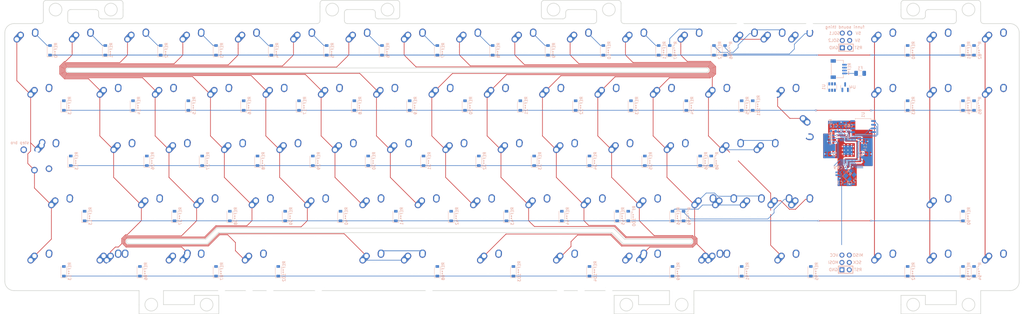
<source format=kicad_pcb>
(kicad_pcb (version 20211014) (generator pcbnew)
  (layers (0 "F.Cu" signal) (31 "B.Cu" signal) (34 "B.Paste" user) (35 "F.Paste" user) (36 "B.SilkS" user "B.Silkscreen") (37 "F.SilkS" user "F.Silkscreen") (38 "B.Mask" user) (39 "F.Mask" user) (44 "Edge.Cuts" user))
  (net 0 "")
  (net 1 "GND")
  (net 2 "+3V3")
  (net 3 "+1V1")
  (net 4 "XTAL_IN")
  (net 5 "XTAL_OUT")
  (net 6 "CS")
  (net 7 "SD0")
  (net 8 "SD1")
  (net 9 "SD2")
  (net 10 "SD3")
  (net 11 "QSPI_CLK")
  (net 12 "RESET")
  (net 13 "SWD")
  (net 14 "SWCLK")
  (net 15 "XTAL_0")
  (net 16 "D-")
  (net 17 "D+")
  (net 18 "D_N")
  (net 19 "D_P")
  (net 20 "COL0")
  (net 21 "COL1")
  (net 22 "COL2")
  (net 23 "COL3")
  (net 24 "COL4")
  (net 25 "COL5")
  (net 26 "COL6")
  (net 27 "COL7")
  (net 28 "COL8")
  (net 29 "COL9")
  (net 30 "COL10")
  (net 31 "COL11")
  (net 32 "COL12")
  (net 33 "ROW0")
  (net 34 "ROW1")
  (net 35 "ROW2")
  (net 36 "ROW4")
  (net 37 "ROW3")
  (net 38 "VBUS")
  (net 39 "5V")
  (footprint "MX_Alps:MX-1U-NoLED" (layer "F.Cu") (at 33.3375 46.0375)
    (fp_text reference "MX_`1")
    (fp_text value "1U")
  )
  (footprint "MX_Alps:MX-1U-NoLED" (layer "F.Cu") (at 104.775 84.1375)
    (fp_text reference "MX_D1")
    (fp_text value "1U")
  )
  (footprint "MX_Alps:MX-1.25U-NoLED" (layer "F.Cu") (at 269.08125 122.2375)
    (fp_text reference "MX_RGUI3")
    (fp_text value "1U")
  )
  (footprint "MX_Alps:MX-1U-NoLED" (layer "F.Cu") (at 233.3625 65.0875)
    (fp_text reference "MX_P1")
    (fp_text value "1U")
  )
  (footprint "MX_Alps:MX-1U-NoLED" (layer "F.Cu") (at 204.7875 46.0375)
    (fp_text reference "MX_#9")
    (fp_text value "1U")
  )
  (footprint "MX_Alps:MX-1U-NoLED" (layer "F.Cu") (at 100.0125 65.0875)
    (fp_text reference "MX_E1")
    (fp_text value "1U")
  )
  (footprint "MX_Alps:MX-2.75U-ReversedStabilizers-NoLED" (layer "F.Cu") (at 283.36875 103.1875)
    (fp_text reference "MX_RSHIFT1")
    (fp_text value "2.75U")
  )
  (footprint "MX_Alps:MX-1U-NoLED" (layer "F.Cu") (at 119.0625 65.0875)
    (fp_text reference "MX_R1")
    (fp_text value "1U")
  )
  (footprint "MX_Alps:MX-1.25U-NoLED" (layer "F.Cu") (at 111.91875 122.2375)
    (fp_text reference "MX_LALT4")
    (fp_text value "MX-1.5U")
  )
  (footprint "MX_Alps:MX-1.75U-NoLED" (layer "F.Cu") (at 40.48125 84.1375)
    (fp_text reference "MX_CLOCK1")
    (fp_text value "1.75U")
  )
  (footprint "MX_Alps:MX-1.5U-NoLED" (layer "F.Cu") (at 38.1 65.0875)
    (fp_text reference "MX_TAB1")
    (fp_text value "1.5U")
  )
  (footprint "MX_Alps:MX-1U-NoLED" (layer "F.Cu") (at 266.7 103.1875)
    (fp_text reference "MX_/2")
    (fp_text value "1U")
  )
  (footprint "MX_Alps:MX-1U-NoLED" (layer "F.Cu") (at 347.6625 65.0875)
    (fp_text reference "MX_END1")
    (fp_text value "1U")
  )
  (footprint "MX_Alps:MX-1U-NoLED" (layer "F.Cu") (at 80.9625 65.0875)
    (fp_text reference "MX_W1")
    (fp_text value "1U")
  )
  (footprint "MX_Alps:MX-1U-NoLED" (layer "F.Cu") (at 90.4875 46.0375)
    (fp_text reference "MX_#3")
    (fp_text value "1U")
  )
  (footprint "MX_Alps:MX-1U-NoLED" (layer "F.Cu") (at 200.025 84.1375)
    (fp_text reference "MX_K1")
    (fp_text value "1U")
  )
  (footprint "MX_Alps:MX-1U-NoLED" (layer "F.Cu") (at 52.3875 46.0375)
    (fp_text reference "MX_#1")
    (fp_text value "1U")
  )
  (footprint "MX_Alps:MX-1U-NoLED" (layer "F.Cu") (at 223.8375 46.0375)
    (fp_text reference "MX_#0_1")
    (fp_text value "1U")
  )
  (footprint "MX_Alps:MX-1U-NoLED" (layer "F.Cu") (at 347.6625 103.1875)
    (fp_text reference "MX_UP1")
    (fp_text value "1U")
  )
  (footprint "MX_Alps:MX-1U-NoLED" (layer "F.Cu") (at 190.5 103.1875)
    (fp_text reference "MX_M1")
    (fp_text value "1U")
  )
  (footprint "MX_Alps:MX-1U-NoLED" (layer "F.Cu") (at 242.8875 46.0375)
    (fp_text reference "MX_-1")
    (fp_text value "1U")
  )
  (footprint "MX_Alps:MX-1U-NoLED" (layer "F.Cu") (at 61.9125 122.2375)
    (fp_text reference "MX_LGUI2")
    (fp_text value "MX-1U")
  )
  (footprint "MX_Alps_Hybrid:MX-ISO-ReversedStabilizers" (layer "F.Cu") (at 297.65625 74.6125)
    (fp_text reference "MX_RETURN2")
    (fp_text value "MX-ISO")
  )
  (footprint "MX_Alps:MX-1U-NoLED" (layer "F.Cu") (at 147.6375 46.0375)
    (fp_text reference "MX_#6")
    (fp_text value "1U")
  )
  (footprint "MX_Alps:MX-1.5U-NoLED" (layer "F.Cu") (at 295.275 122.2375)
    (fp_text reference "MX_RCTRL2")
    (fp_text value "1.5U")
  )
  (footprint "MX_Alps:MX-1U-NoLED" (layer "F.Cu") (at 123.825 84.1375)
    (fp_text reference "MX_F1")
    (fp_text value "1U")
  )
  (footprint "MX_Alps:MX-1.25U-NoLED" (layer "F.Cu") (at 192.88125 122.2375)
    (fp_text reference "MX_RALT5")
    (fp_text value "1.5U")
  )
  (footprint "MX_Alps:MX-1U-NoLED" (layer "F.Cu") (at 142.875 84.1375)
    (fp_text reference "MX_G1")
    (fp_text value "1U")
  )
  (footprint "MX_Alps:MX-1U-NoLED" (layer "F.Cu") (at 271.4625 122.2375)
    (fp_text reference "MX_RGUI2")
    (fp_text value "1U")
  )
  (footprint "MX_Alps:MX-1.5U-NoLED" (layer "F.Cu") (at 38.1 122.2375)
    (fp_text reference "MX_LCTRL2")
    (fp_text value "MX-1.5U")
  )
  (footprint "MX_Alps:MX-1U-NoLED" (layer "F.Cu") (at 347.6625 122.2375)
    (fp_text reference "MX_DN1")
    (fp_text value "1U")
  )
  (footprint "MX_Alps:MX-1U-NoLED" (layer "F.Cu") (at 138.1125 65.0875)
    (fp_text reference "MX_T1")
    (fp_text value "1U")
  )
  (footprint "MX_Alps:MX-1U-NoLED" (layer "F.Cu") (at 71.4375 46.0375)
    (fp_text reference "MX_#2")
    (fp_text value "1U")
  )
  (footprint "MX_Alps:MX-1U-NoLED" (layer "F.Cu") (at 180.975 84.1375)
    (fp_text reference "MX_J1")
    (fp_text value "1U")
  )
  (footprint "MX_Alps:MX-6.5U-ReversedStabilizers-NoLED" (layer "F.Cu") (at 166.6875 122.2375)
    (fp_text reference "MX_SP3")
    (fp_text value "MX-7U")
  )
  (footprint "MX_Alps:MX-1U-NoLED" (layer "F.Cu") (at 133.35 103.1875)
    (fp_text reference "MX_V1")
    (fp_text value "1U")
  )
  (footprint "MX_Alps:MX-1U-NoLED" (layer "F.Cu") (at 176.2125 65.0875)
    (fp_text reference "MX_U1")
    (fp_text value "1U")
  )
  (footprint "MX_Alps:MX-10U-ReversedStabilizers-NoLED" (layer "F.Cu") (at 166.6875 122.2375)
    (fp_text reference "MX_SP2")
    (fp_text value "MX-7U")
  )
  (footprint "MX_Alps:MX-1.5U-NoLED" (layer "F.Cu") (at 242.8875 122.2375)
    (fp_text reference "MX_RALT3")
    (fp_text value "1.5U")
  )
  (footprint "MX_Alps:MX-1U-NoLED" (layer "F.Cu") (at 85.725 84.1375)
    (fp_text reference "MX_S1")
    (fp_text value "1U")
  )
  (footprint "MX_Alps:MX-1.5U-NoLED" (layer "F.Cu") (at 295.275 65.0875)
    (fp_text reference "MX_\\1")
    (fp_text value "1.5U")
  )
  (footprint "MX_Alps:MX-1U-NoLED" (layer "F.Cu") (at 185.7375 46.0375)
    (fp_text reference "MX_#8")
    (fp_text value "1U")
  )
  (footprint "MX_Alps:MX-1U-NoLED" (layer "F.Cu") (at 328.6125 65.0875)
    (fp_text reference "MX_DEL1")
    (fp_text value "1U")
  )
  (footprint "MX_Alps:MX-1.75U-NoLED" (layer "F.Cu") (at 292.89375 103.1875)
    (fp_text reference "MX_RSHIFT4")
    (fp_text value "1.75U")
  )
  (footprint "MX_Alps:MX-1U-NoLED" (layer "F.Cu") (at 219.075 84.1375)
    (fp_text reference "MX_L1")
    (fp_text value "1U")
  )
  (footprint "MX_Alps:MX-1U-NoLED" (layer "F.Cu") (at 152.4 103.1875)
    (fp_text reference "MX_B1")
    (fp_text value "1U")
  )
  (footprint "MX_Alps:MX-1U-NoLED" (layer "F.Cu") (at 328.6125 46.0375)
    (fp_text reference "MX_INS1")
    (fp_text value "1U")
  )
  (footprint "MX_Alps:MX-1U-NoLED" (layer "F.Cu") (at 328.6125 122.2375)
    (fp_text reference "MX_LFT1")
    (fp_text value "1U")
  )
  (footprint "MX_Alps:MX-1.25U-NoLED" (layer "F.Cu") (at 64.29375 122.2375)
    (fp_text reference "MX_LGUI3")
    (fp_text value "MX-1U")
  )
  (footprint "MX_Alps:MX-1U-NoLED" (layer "F.Cu") (at 95.25 103.1875)
    (fp_text reference "MX_X1")
    (fp_text value "1U")
  )
  (footprint "MX_Alps:MX-1U-NoLED" (layer "F.Cu") (at 366.7125 46.0375)
    (fp_text reference "MX_PGUP1")
    (fp_text value "1U")
  )
  (footprint "MX_Alps:MX-1U-NoLED" (layer "F.Cu") (at 114.3 103.1875)
    (fp_text reference "MX_C1")
    (fp_text value "1U")
  )
  (footprint "MX_Alps:MX-1U-NoLED" (layer "F.Cu") (at 166.6875 46.0375)
    (fp_text reference "MX_#7")
    (fp_text value "1U")
  )
  (footprint "MX_Alps:MX-1U-NoLED" (layer "F.Cu") (at 252.4125 65.0875)
    (fp_text reference "MX_[1")
    (fp_text value "1U")
  )
  (footprint "MX_Alps:MX-1U-NoLED" (layer "F.Cu") (at 161.925 84.1375)
    (fp_text reference "MX_H1")
    (fp_text value "1U")
  )
  (footprint "MX_Alps:MX-1U-NoLED" (layer "F.Cu") (at 280.9875 46.0375)
    (fp_text reference "MX_BACK2")
    (fp_text value "1U")
  )
  (footprint "MX_Alps:MX-1U-NoLED" (layer "F.Cu") (at 238.125 84.1375)
    (fp_text reference "MX_;1")
    (fp_text value "1U")
  )
  (footprint "MX_Alps:MX-1U-NoLED" (layer "F.Cu") (at 247.65 103.1875)
    (fp_text reference "MX_/1")
    (fp_text value "1U")
  )
  (footprint "Alps_Only:ALPS-1.5U" (layer "F.Cu") (at 38.1 84.1375 180)
    (fp_text reference "MX_CLOCK3")
    (fp_text value "MX-1.25U")
  )
  (footprint "MX_Alps:MX-1U-NoLED" (layer "F.Cu") (at 209.55 103.1875)
    (fp_text reference "MX_,1")
    (fp_text value "1U")
  )
  (footprint "MX_Alps:MX-1U-NoLED" (layer "F.Cu") (at 257.175 84.1375)
    (fp_text reference "MX_'1")
    (fp_text value "1U")
  )
  (footprint "MX_Only:MXOnly-1.25U-NoLED" (layer "F.Cu") (at 35.71875 84.1375)
    (fp_text reference "MX_CLOCK2")
    (fp_text value "MX-1.25U")
  )
  (footprint "MX_Alps:MX-1.5U-NoLED" (layer "F.Cu") (at 219.075 122.2375)
    (fp_text reference "MX_RALT4")
    (fp_text value "1.5U")
  )
  (footprint "MX_Alps:MX-1.75U-NoLED" (layer "F.Cu") (at 273.84375 103.1875)
    (fp_text reference "MX_RSHIFT2")
    (fp_text value "1.75U")
  )
  (footprint "MX_Alps:MX-1.5U-NoLED" (layer "F.Cu") (at 85.725 122.2375)
    (fp_text reference "MX_LALT2")
    (fp_text value "MX-1.5U")
  )
  (footprint "MX_Alps:MX-1U-NoLED" (layer "F.Cu") (at 366.7125 122.2375)
    (fp_text reference "MX_RT1")
    (fp_text value "1U")
  )
  (footprint "MX_Alps:MX-1U-NoLED" (layer "F.Cu") (at 171.45 103.1875)
    (fp_text reference "MX_N1")
    (fp_text value "1U")
  )
  (footprint "MX_Alps:MX-1U-NoLED" (layer "F.Cu") (at 195.2625 65.0875)
    (fp_text reference "MX_I1")
    (fp_text value "1U")
  )
  (footprint "MX_Alps:MX-1U-NoLED" (layer "F.Cu") (at 300.0375 46.0375)
    (fp_text reference "MX_BACK3")
    (fp_text value "1U")
  )
  (footprint "MX_Alps:MX-1U-NoLED" (layer "F.Cu") (at 61.9125 65.0875)
    (fp_text reference "MX_Q1")
    (fp_text value "1U")
  )
  (footprint "MX_Alps:MX-1U-NoLED" (layer "F.Cu") (at 109.5375 46.0375)
    (fp_text reference "MX_#4")
    (fp_text value "1U")
  )
  (footprint "MX_Alps:MX-1U-NoLED" (layer "F.Cu") (at 347.6625 46.0375)
    (fp_text reference "MX_HOME1")
    (fp_text value "1U")
  )
  (footprint "MX_Alps:MX-1U-NoLED" (layer "F.Cu") (at 271.4625 65.0875)
    (fp_text reference "MX_]1")
    (fp_text value "1U")
  )
  (footprint "MX_Alps:MX-1U-NoLED" (layer "F.Cu") (at 157.1625 65.0875)
    (fp_text reference "MX_Y1")
    (fp_text value "1U")
  )
  (footprint "MX_Alps:MX-7U-ReversedStabilizers-NoLED" (layer "F.Cu") (at 166.6875 122.2375)
    (fp_text reference "MX_SP1")
    (fp_text value "MX-7U")
  )
  (footprint "MX_Alps:MX-1U-NoLED" (layer "F.Cu") (at 214.3125 65.0875)
    (fp_text reference "MX_O1")
    (fp_text value "1U")
  )
  (footprint "MX_Alps:MX-1U-NoLED" (layer "F.Cu") (at 366.7125 65.0875)
    (fp_text reference "MX_PGDN1")
    (fp_text value "1U")
  )
  (footprint "MX_Alps:MX-1U-NoLED" (layer "F.Cu") (at 300.0375 103.1875)
    (fp_text reference "MX_RSHIFT3")
    (fp_text value "1U")
  )
  (footprint "MX_Alps:MX-1U-NoLED" (layer "F.Cu") (at 228.6 103.1875)
    (fp_text reference "MX_.1")
    (fp_text value "1U")
  )
  (footprint "MX_Alps:MX-2.25U-ReversedStabilizers-NoLED" (layer "F.Cu") (at 288.13125 84.1375)
    (fp_text reference "MX_RETURN1")
    (fp_text value "2.25U")
  )
  (footprint "MX_Alps:MX-1U-NoLED" (layer "F.Cu") (at 76.2 103.1875)
    (fp_text reference "MX_Z1")
    (fp_text value "1U")
  )
  (footprint "MX_Alps:MX-3U-ReversedStabilizers-NoLED" (layer "F.Cu") (at 152.4 122.2375)
    (fp_text reference "MX_LALT5")
    (fp_text value "MX-1.5U")
  )
  (footprint "MX_Alps:MX-1.5U-NoLED" (layer "F.Cu") (at 247.65 122.2375)
    (fp_text reference "MX_RALT2")
    (fp_text value "1.5U")
  )
  (footprint "MX_Alps:MX-2U-NoLED" (layer "F.Cu") (at 290.5125 46.0375)
    (fp_text reference "MX_BACK1")
    (fp_text value "2U")
  )
  (footprint "MX_Alps:MX-2.25U-ReversedStabilizers-NoLED" (layer "F.Cu") (at 45.24375 103.1875)
    (fp_text reference "MX_LSHIFT1")
    (fp_text value "2.25U")
  )
  (footprint "MX_Alps:MX-1U-NoLED" (layer "F.Cu") (at 66.675 84.1375)
    (fp_text reference "MX_A1")
    (fp_text value "1U")
  )
  (footprint "MX_Alps:MX-1U-NoLED" (layer "F.Cu") (at 261.9375 46.0375)
    (fp_text reference "MX_=1")
    (fp_text value "1U")
  )
  (footprint "MX_Alps:MX-1.5U-NoLED" (layer "F.Cu") (at 90.4875 122.2375)
    (fp_text reference "MX_LALT3")
    (fp_text value "MX-1.5U")
  )
  (footprint "MX_Alps:MX-1U-NoLED" (layer "F.Cu") (at 128.5875 46.0375)
    (fp_text reference "MX_#5")
    (fp_text value "1U")
  )
  (footprint "MX_Alps:MX-1U-NoLED" (layer "F.Cu") (at 276.225 84.1375)
    (fp_text reference "MX_\\2")
    (fp_text value "1U")
  )
  (footprint "random-keyboard-parts:D_SOD-123-Pretty" (layer "B.Cu") (at 236.22 104.4575 90)
    (fp_text reference "REF**45")
    (fp_text value "D_SOD-123-Pretty")
  )
  (footprint "random-keyboard-parts:D_SOD-123-Pretty" (layer "B.Cu") (at 264.795 85.4075 90)
    (fp_text reference "REF**36")
    (fp_text value "D_SOD-123-Pretty")
  )
  (footprint "random-keyboard-parts:D_SOD-123-Pretty" (layer "B.Cu") (at 60.0075 47.3075 90)
    (fp_text reference "REF**1")
    (fp_text value "D_SOD-123-Pretty")
  )
  (footprint "Resistor_SMD:R_0603_1608Metric" (layer "B.Cu") (at 310.606597 75.203181)
    (fp_text reference "R6")
    (fp_text value "27R")
  )
  (footprint "Capacitor_SMD:C_0402_1005Metric" (layer "B.Cu") (at 310.046131 76.663973 180)
    (fp_text reference "C4")
    (fp_text value "1uF")
  )
  (footprint "random-keyboard-parts:D_SOD-123-Pretty" (layer "B.Cu") (at 250.5075 47.3075 90)
    (fp_text reference "REF**11")
    (fp_text value "D_SOD-123-Pretty")
  )
  (footprint "random-keyboard-parts:D_SOD-123-Pretty" (layer "B.Cu") (at 193.3575 47.3075 90)
    (fp_text reference "REF**8")
    (fp_text value "D_SOD-123-Pretty")
  )
  (footprint "Capacitor_SMD:C_0402_1005Metric" (layer "B.Cu") (at 312.679613 73.268094 90)
    (fp_text reference "C12")
    (fp_text value "100nF")
  )
  (footprint "random-keyboard-parts:D_SOD-123-Pretty" (layer "B.Cu") (at 254.3175 47.3075 90)
    (fp_text reference "REF**97")
    (fp_text value "D_SOD-123-Pretty")
  )
  (footprint "Capacitor_SMD:C_0402_1005Metric" (layer "B.Cu") (at 311.689425 89.876721 -90)
    (fp_text reference "C9")
    (fp_text value "100nF")
  )
  (footprint "random-keyboard-parts:D_SOD-123-Pretty" (layer "B.Cu") (at 155.2575 47.3075 90)
    (fp_text reference "REF**6")
    (fp_text value "D_SOD-123-Pretty")
  )
  (footprint "random-keyboard-parts:D_SOD-123-Pretty" (layer "B.Cu") (at 336.2325 123.5075 90)
    (fp_text reference "REF**92")
    (fp_text value "D_SOD-123-Pretty")
  )
  (footprint "random-keyboard-parts:D_SOD-123-Pretty" (layer "B.Cu") (at 174.3075 123.5075 90)
    (fp_text reference "REF**88")
    (fp_text value "D_SOD-123-Pretty")
  )
  (footprint "random-keyboard-parts:D_SOD-123-Pretty" (layer "B.Cu") (at 336.2325 66.3575 90)
    (fp_text reference "REF**83")
    (fp_text value "D_SOD-123-Pretty")
  )
  (footprint "random-keyboard-parts:D_SOD-123-Pretty" (layer "B.Cu") (at 255.27 123.5075 90)
    (fp_text reference "REF**89")
    (fp_text value "D_SOD-123-Pretty")
  )
  (footprint "random-keyboard-parts:D_SOD-123-Pretty" (layer "B.Cu") (at 98.1075 47.3075 90)
    (fp_text reference "REF**3")
    (fp_text value "D_SOD-123-Pretty")
  )
  (footprint "Resistor_SMD:R_0603_1608Metric" (layer "B.Cu") (at 310.606597 73.552181)
    (fp_text reference "R5")
    (fp_text value "27R")
  )
  (footprint "random-keyboard-parts:D_SOD-123-Pretty" (layer "B.Cu") (at 282.8925 66.3575 90)
    (fp_text reference "REF**101")
    (fp_text value "D_SOD-123-Pretty")
  )
  (footprint "random-keyboard-parts:D_SOD-123-Pretty" (layer "B.Cu") (at 359.0925 47.3075 90)
    (fp_text reference "REF**82")
    (fp_text value "D_SOD-123-Pretty")
  )
  (footprint "Capacitor_SMD:C_0402_1005Metric" (layer "B.Cu") (at 322.453 83.058)
    (fp_text reference "C9")
    (fp_text value "100nF")
  )
  (footprint "random-keyboard-parts:D_SOD-123-Pretty" (layer "B.Cu") (at 336.2325 47.3075 90)
    (fp_text reference "REF**80")
    (fp_text value "D_SOD-123-Pretty")
  )
  (footprint "random-keyboard-parts:D_SOD-123-Pretty" (layer "B.Cu") (at 359.0925 123.5075 90)
    (fp_text reference "REF**94")
    (fp_text value "D_SOD-123-Pretty")
  )
  (footprint "random-keyboard-parts:D_SOD-123-Pretty" (layer "B.Cu") (at 121.92 104.4575 90)
    (fp_text reference "REF**39")
    (fp_text value "D_SOD-123-Pretty")
  )
  (footprint "Sleep-Lib:RP2040-QFN-56" (layer "B.Cu") (at 315.663413 81.747424 180)
    (fp_text reference "U3")
    (fp_text value "RP2040")
  )
  (footprint "random-keyboard-parts:D_SOD-123-Pretty" (layer "B.Cu") (at 355.2825 47.3075 90)
    (fp_text reference "REF**81")
    (fp_text value "D_SOD-123-Pretty")
  )
  (footprint "random-keyboard-parts:D_SOD-123-Pretty" (layer "B.Cu") (at 98.1075 123.5075 90)
    (fp_text reference "REF**87")
    (fp_text value "D_SOD-123-Pretty")
  )
  (footprint "random-keyboard-parts:D_SOD-123-Pretty" (layer "B.Cu") (at 150.495 85.4075 90)
    (fp_text reference "REF**30")
    (fp_text value "D_SOD-123-Pretty")
  )
  (footprint "random-keyboard-parts:D_SOD-123-Pretty" (layer "B.Cu") (at 179.07 104.4575 90)
    (fp_text reference "REF**42")
    (fp_text value "D_SOD-123-Pretty")
  )
  (footprint "random-keyboard-parts:D_SOD-123-Pretty" (layer "B.Cu") (at 202.8825 66.3575 90)
    (fp_text reference "REF**21")
    (fp_text value "D_SOD-123-Pretty")
  )
  (footprint "random-keyboard-parts:D_SOD-123-Pretty" (layer "B.Cu") (at 279.0825 66.3575 90)
    (fp_text reference "REF**25")
    (fp_text value "D_SOD-123-Pretty")
  )
  (footprint "Capacitor_SMD:C_0402_1005Metric" (layer "B.Cu") (at 317.754 92.964 90)
    (fp_text reference "C2")
    (fp_text value "22pF")
  )
  (footprint "random-keyboard-parts:D_SOD-123-Pretty" (layer "B.Cu") (at 198.12 104.4575 90)
    (fp_text reference "REF**43")
    (fp_text value "D_SOD-123-Pretty")
  )
  (footprint "random-keyboard-parts:D_SOD-123-Pretty" (layer "B.Cu") (at 45.72 123.5075 90)
    (fp_text reference "REF**13")
    (fp_text value "D_SOD-123-Pretty")
  )
  (footprint "random-keyboard-parts:D_SOD-123-Pretty" (layer "B.Cu") (at 164.7825 66.3575 90)
    (fp_text reference "REF**19")
    (fp_text value "D_SOD-123-Pretty")
  )
  (footprint "random-keyboard-parts:D_SOD-123-Pretty" (layer "B.Cu") (at 279.0825 123.5075 90)
    (fp_text reference "REF**91")
    (fp_text value "D_SOD-123-Pretty")
  )
  (footprint "Capacitor_SMD:C_0402_1005Metric" (layer "B.Cu") (at 308.991 83.058 180)
    (fp_text reference "C9")
    (fp_text value "100nF")
  )
  (footprint "random-keyboard-parts:D_SOD-123-Pretty" (layer "B.Cu") (at 83.82 104.4575 90)
    (fp_text reference "REF**37")
    (fp_text value "D_SOD-123-Pretty")
  )
  (footprint "random-keyboard-parts:D_SOD-123-Pretty" (layer "B.Cu") (at 259.08 104.4575 90)
    (fp_text reference "REF**99")
    (fp_text value "D_SOD-123-Pretty")
  )
  (footprint "Fuse:Fuse_1206_3216Metric" (layer "B.Cu") (at 319.874208 55.241881 180)
    (fp_text reference "F1")
    (fp_text value "500mA")
  )
  (footprint "random-keyboard-parts:D_SOD-123-Pretty" (layer "B.Cu") (at 52.86375 104.4575 90)
    (fp_text reference "REF**13")
    (fp_text value "D_SOD-123-Pretty")
  )
  (footprint "Crystal:Crystal_SMD_3225-4Pin_3.2x2.5mm" (layer "B.Cu") (at 316.386524 90.425877 45)
    (fp_text reference "Y1")
    (fp_text value "12MHz")
  )
  (footprint "random-keyboard-parts:JST-SR-4" (layer "B.Cu") (at 309.717613 53.777647 90)
    (fp_text reference "REF**")
    (fp_text value "JST-SR-4")
  )
  (footprint "Capacitor_SMD:C_0402_1005Metric" (layer "B.Cu") (at 314.452 92.964 90)
    (fp_text reference "C3")
    (fp_text value "22pF")
  )
  (footprint "random-keyboard-parts:D_SOD-123-Pretty" (layer "B.Cu") (at 240.03 104.4575 90)
    (fp_text reference "REF**100")
    (fp_text value "D_SOD-123-Pretty")
  )
  (footprint "random-keyboard-parts:D_SOD-123-Pretty" (layer "B.Cu") (at 359.0925 66.3575 90)
    (fp_text reference "REF**85")
    (fp_text value "D_SOD-123-Pretty")
  )
  (footprint "random-keyboard-parts:D_SOD-123-Pretty" (layer "B.Cu") (at 260.0325 66.3575 90)
    (fp_text reference "REF**24")
    (fp_text value "D_SOD-123-Pretty")
  )
  (footprint "random-keyboard-parts:D_SOD-123-Pretty" (layer "B.Cu") (at 48.10125 85.4075 90)
    (fp_text reference "REF**13")
    (fp_text value "D_SOD-123-Pretty")
  )
  (footprint "Capacitor_SMD:C_0402_1005Metric" (layer "B.Cu") (at 315.079808 73.273215 90)
    (fp_text reference "C6")
    (fp_text value "100nF")
  )
  (footprint "Package_SO:SOIC-8_5.23x5.23mm_P1.27mm" (layer "B.Cu") (at 320.876168 73.605542 180)
    (fp_text reference "U1")
    (fp_text value "W25Q128JVS")
  )
  (footprint "Capacitor_SMD:C_0402_1005Metric" (layer "B.Cu") (at 321.224148 78.731999)
    (fp_text reference "C14")
    (fp_text value "100nF")
  )
  (footprint "random-keyboard-parts:D_SOD-123-Pretty" (layer "B.Cu") (at 255.27 104.4575 90)
    (fp_text reference "REF**46")
    (fp_text value "D_SOD-123-Pretty")
  )
  (footprint "random-keyboard-parts:D_SOD-123-Pretty" (layer "B.Cu") (at 74.295 85.4075 90)
    (fp_text reference "REF**26")
    (fp_text value "D_SOD-123-Pretty")
  )
  (footprint "random-keyboard-parts:D_SOD-123-Pretty" (layer "B.Cu") (at 131.445 85.4075 90)
    (fp_text reference "REF**29")
    (fp_text value "D_SOD-123-Pretty")
  )
  (footprint "random-keyboard-parts:D_SOD-123-Pretty" (layer "B.Cu") (at 245.745 85.4075 90)
    (fp_text reference "REF**35")
    (fp_text value "D_SOD-123-Pretty")
  )
  (footprint "Capacitor_SMD:C_0402_1005Metric" (layer "B.Cu") (at 313.879658 73.273215 90)
    (fp_text reference "C5")
    (fp_text value "100nF")
  )
  (footprint "random-keyboard-parts:D_SOD-123-Pretty" (layer "B.Cu") (at 200.50125 123.5075 90)
    (fp_text reference "REF**103")
    (fp_text value "D_SOD-123-Pretty")
  )
  (footprint "random-keyboard-parts:D_SOD-123-Pretty" (layer "B.Cu") (at 71.91375 123.5075 90)
    (fp_text reference "REF**86")
    (fp_text value "D_SOD-123-Pretty")
  )
  (footprint "Capacitor_SMD:C_0402_1005Metric" (layer "B.Cu") (at 310.046131 77.679973 180)
    (fp_text reference "C7")
    (fp_text value "1uF")
  )
  (footprint "random-keyboard-parts:D_SOD-123-Pretty" (layer "B.Cu") (at 136.2075 47.3075 90)
    (fp_text reference "REF**5")
    (fp_text value "D_SOD-123-Pretty")
  )
  (footprint "random-keyboard-parts:D_SOD-123-Pretty" (layer "B.Cu") (at 183.8325 66.3575 90)
    (fp_text reference "REF**20")
    (fp_text value "D_SOD-123-Pretty")
  )
  (footprint "random-keyboard-parts:D_SOD-123-Pretty" (layer "B.Cu") (at 69.5325 66.3575 90)
    (fp_text reference "REF**14")
    (fp_text value "D_SOD-123-Pretty")
  )
  (footprint "Package_TO_SOT_SMD:SOT-23" (layer "B.Cu") (at 314.710505 60.015057 90)
    (fp_text reference "U4")
    (fp_text value "XC6206PxxxMR-Regulator_Linear")
  )
  (footprint "random-keyboard-parts:D_SOD-123-Pretty" (layer "B.Cu") (at 88.5825 66.3575 90)
    (fp_text reference "REF**15")
    (fp_text value "D_SOD-123-Pretty")
  )
  (footprint "random-keyboard-parts:D_SOD-123-Pretty" (layer "B.Cu") (at 79.0575 47.3075 90)
    (fp_text reference "REF**2")
    (fp_text value "D_SOD-123-Pretty")
  )
  (footprint "random-keyboard-parts:D_SOD-123-Pretty" (layer "B.Cu") (at 45.72 66.3575 90)
    (fp_text reference "REF**13")
    (fp_text value "D_SOD-123-Pretty")
  )
  (footprint "random-keyboard-parts:D_SOD-123-Pretty" (layer "B.Cu") (at 212.4075 47.3075 90)
    (fp_text reference "REF**9")
    (fp_text value "D_SOD-123-Pretty")
  )
  (footprint "random-keyboard-parts:D_SOD-123-Pretty" (layer "B.Cu") (at 188.595 85.4075 90)
    (fp_text reference "REF**32")
    (fp_text value "D_SOD-123-Pretty")
  )
  (footprint "random-keyboard-parts:D_SOD-123-Pretty" (layer "B.Cu") (at 160.02 104.4575 90)
    (fp_text reference "REF**41")
    (fp_text value "D_SOD-123-Pretty")
  )
  (footprint "random-keyboard-parts:D_SOD-123-Pretty" (layer "B.Cu") (at 355.2825 123.5075 90)
    (fp_text reference "REF**93")
    (fp_text value "D_SOD-123-Pretty")
  )
  (footprint "random-keyboard-parts:Reset_Pretty" (layer "B.Cu") (at 315.003434 43.914187 180)
    (fp_text reference "REF**")
    (fp_text value "Memes lol")
  )
  (footprint "random-keyboard-parts:D_SOD-123-Pretty" (layer "B.Cu") (at 217.17 104.4575 90)
    (fp_text reference "REF**44")
    (fp_text value "D_SOD-123-Pretty")
  )
  (footprint "random-keyboard-parts:D_SOD-123-Pretty" (layer "B.Cu") (at 117.1575 47.3075 90)
    (fp_text reference "REF**4")
    (fp_text value "D_SOD-123-Pretty")
  )
  (footprint "random-keyboard-parts:D_SOD-123-Pretty" (layer "B.Cu") (at 268.605 85.4075 90)
    (fp_text reference "REF**98")
    (fp_text value "D_SOD-123-Pretty")
  )
  (footprint "random-keyboard-parts:D_SOD-123-Pretty" (layer "B.Cu") (at 226.695 123.5075 90)
    (fp_text reference "REF**104")
    (fp_text value "D_SOD-123-Pretty")
  )
  (footprint "random-keyboard-parts:D_SOD-123-Pretty" (layer "B.Cu") (at 231.4575 47.3075 90)
    (fp_text reference "REF**10")
    (fp_text value "D_SOD-123-Pretty")
  )
  (footprint "Capacitor_SMD:C_0402_1005Metric" (layer "B.Cu") (at 312.9239 89.904977 -90)
    (fp_text reference "C9")
    (fp_text value "100nF")
  )
  (footprint "random-keyboard-parts:D_SOD-123-Pretty" (layer "B.Cu") (at 221.9325 66.3575 90)
    (fp_text reference "REF**22")
    (fp_text value "D_SOD-123-Pretty")
  )
  (footprint "random-keyboard-parts:D_SOD-123-Pretty" (layer "B.Cu") (at 126.6825 66.3575 90)
    (fp_text reference "REF**17")
    (fp_text value "D_SOD-123-Pretty")
  )
  (footprint "random-keyboard-parts:D_SOD-123-Pretty" (layer "B.Cu") (at 145.7325 66.3575 90)
    (fp_text reference "REF**18")
    (fp_text value "D_SOD-123-Pretty")
  )
  (footprint "random-keyboard-parts:D_SOD-123-Pretty" (layer "B.Cu") (at 174.3075 47.3075 90)
    (fp_text reference "REF**7")
    (fp_text value "D_SOD-123-Pretty")
  )
  (footprint "random-keyboard-parts:D_SOD-123-Pretty" (layer "B.Cu") (at 207.645 85.4075 90)
    (fp_text reference "REF**33")
    (fp_text value "D_SOD-123-Pretty")
  )
  (footprint "random-keyboard-parts:D_SOD-123-Pretty" (layer "B.Cu") (at 102.87 104.4575 90)
    (fp_text reference "REF**38")
    (fp_text value "D_SOD-123-Pretty")
  )
  (footprint "Capacitor_SMD:C_0402_1005Metric" (layer "B.Cu") (at 310.059029 78.732001 180)
    (fp_text reference "C14")
    (fp_text value "100nF")
  )
  (footprint "random-keyboard-parts:D_SOD-123-Pretty" (layer "B.Cu") (at 240.9825 66.3575 90)
    (fp_text reference "REF**23")
    (fp_text value "D_SOD-123-Pretty")
  )
  (footprint "random-keyboard-parts:D_SOD-123-Pretty" (layer "B.Cu") (at 169.545 85.4075 90)
    (fp_text reference "REF**31")
    (fp_text value "D_SOD-123-Pretty")
  )
  (footprint "random-keyboard-parts:Reset_Pretty" (layer "B.Cu") (at 314.868029 120.462836 180)
    (fp_text reference "REF**")
    (fp_text value "Reset_Pretty")
  )
  (footprint "Resistor_SMD:R_0402_1005Metric" (layer "B.Cu") (at 314.667822 88.876588 45)
    (fp_text reference "R7")
    (fp_text value "1k")
  )
  (footprint "random-keyboard-parts:D_SOD-123-Pretty" (layer "B.Cu") (at 40.9575 47.3075 90)
    (fp_text reference "REF**0")
    (fp_text value "D_SOD-123-Pretty")
  )
  (footprint "random-keyboard-parts:D_SOD-123-Pretty" (layer "B.Cu") (at 226.695 85.4075 90)
    (fp_text reference "REF**34")
    (fp_text value "D_SOD-123-Pretty")
  )
  (footprint "random-keyboard-parts:D_SOD-123-Pretty" (layer "B.Cu") (at 112.395 85.4075 90)
    (fp_text reference "REF**28")
    (fp_text value "D_SOD-123-Pretty")
  )
  (footprint "random-keyboard-parts:D_SOD-123-Pretty" (layer "B.Cu") (at 93.345 85.4075 90)
    (fp_text reference "REF**27")
    (fp_text value "D_SOD-123-Pretty")
  )
  (footprint "random-keyboard-parts:D_SOD-123-Pretty" (layer "B.Cu") (at 107.6325 66.3575 90)
    (fp_text reference "REF**16")
    (fp_text value "D_SOD-123-Pretty")
  )
  (footprint "random-keyboard-parts:D_SOD-123-Pretty" (layer "B.Cu") (at 355.2825 104.4575 90)
    (fp_text reference "REF**90")
    (fp_text value "D_SOD-123-Pretty")
  )
  (footprint "random-keyboard-parts:D_SOD-123-Pretty" (layer "B.Cu") (at 355.2825 66.3575 90)
    (fp_text reference "REF**84")
    (fp_text value "D_SOD-123-Pretty")
  )
  (footprint "random-keyboard-parts:D_SOD-123-Pretty" (layer "B.Cu") (at 302.895 123.5075 90)
    (fp_text reference "REF**95")
    (fp_text value "D_SOD-123-Pretty")
  )
  (footprint "random-keyboard-parts:D_SOD-123-Pretty" (layer "B.Cu") (at 140.97 104.4575 90)
    (fp_text reference "REF**40")
    (fp_text value "D_SOD-123-Pretty")
  )
  (footprint "random-keyboard-parts:D_SOD-123-Pretty" (layer "B.Cu") (at 269.5575 47.3075 90)
    (fp_text reference "REF**12")
    (fp_text value "D_SOD-123-Pretty")
  )
  (footprint "Package_TO_SOT_SMD:SOT-23-6" (layer "B.Cu") (at 310.22133 59.983219 -90)
    (fp_text reference "U1")
    (fp_text value "SRV05-4")
  )
  (footprint "random-keyboard-parts:D_SOD-123-Pretty" (layer "B.Cu") (at 273.3675 47.3075 90)
    (fp_text reference "REF**96")
    (fp_text value "D_SOD-123-Pretty")
  )
  (footprint "random-keyboard-parts:D_SOD-123-Pretty" (layer "B.Cu") (at 119.53875 123.5075 90)
    (fp_text reference "REF**102")
    (fp_text value "D_SOD-123-Pretty")
  )
  (gr_arc (start 218.512492 35.447551) (mid 218.214837 36.166153) (end 217.496235 36.463808) (layer "Edge.Cuts") (width 0.2))
  (gr_line (start 95.1865 113.9825) (end 98.9965 110.1725) (layer "Edge.Cuts") (width 0.2))
  (gr_circle (center 157.1625 33.2625) (end 159.3625 33.2625) (layer "Edge.Cuts") (width 0.2) (fill none))
  (gr_line (start 90.66875 135.012506) (end 80.01875 135.012506) (layer "Edge.Cuts") (width 0.2))
  (gr_line (start 333.93761 135.012511) (end 333.93761 138.212503) (layer "Edge.Cuts") (width 0.2))
  (gr_line (start 237.563341 37.084689) (end 237.562492 33.2625) (layer "Edge.Cuts") (width 0.2))
  (gr_line (start 258.431132 138.212505) (end 239.381132 138.212505) (layer "Edge.Cuts") (width 0.2))
  (gr_circle (center 94.86875 135.012506) (end 97.06875 135.012506) (layer "Edge.Cuts") (width 0.2) (fill none))
  (gr_line (start 333.93761 131.812519) (end 333.93761 135.012511) (layer "Edge.Cuts") (width 0.2))
  (gr_arc (start 161.362492 35.445827) (mid 161.064922 36.164225) (end 160.346524 36.461795) (layer "Edge.Cuts") (width 0.2))
  (gr_line (start 235.18114 131.812519) (end 235.18114 135.012511) (layer "Edge.Cuts") (width 0.2))
  (gr_line (start 258.431132 138.212505) (end 262.631124 138.212503) (layer "Edge.Cuts") (width 0.2))
  (gr_arc (start 143.328003 38.1) (mid 142.609723 37.802478) (end 142.312201 37.084198) (layer "Edge.Cuts") (width 0.2))
  (gr_arc (start 28.575 130.175) (mid 26.329936 129.245064) (end 25.4 127) (layer "Edge.Cuts") (width 0.2))
  (gr_arc (start 65.099243 30.062502) (mid 65.815718 30.359275) (end 66.112491 31.07575) (layer "Edge.Cuts") (width 0.2))
  (gr_line (start 71.61875 130.175) (end 71.61875 135.012506) (layer "Edge.Cuts") (width 0.2))
  (gr_line (start 374.65 41.275) (end 374.65 127) (layer "Edge.Cuts") (width 0.2))
  (gr_line (start 237.561286 31.078003) (end 237.562484 33.262494) (layer "Edge.Cuts") (width 0.2))
  (gr_line (start 138.1125 30.0625) (end 157.1625 30.0625) (layer "Edge.Cuts") (width 0.2))
  (gr_line (start 361.387602 130.174999) (end 371.475 130.175) (layer "Edge.Cuts") (width 0.2))
  (gr_line (start 235.0135 108.6485) (end 238.8235 112.4585) (layer "Edge.Cuts") (width 0.2))
  (gr_line (start 138.1125 30.0625) (end 134.927393 30.064125) (layer "Edge.Cuts") (width 0.2))
  (gr_line (start 25.4 127) (end 25.4 41.275) (layer "Edge.Cuts") (width 0.2))
  (gr_line (start 95.1865 113.9825) (end 67.983811 113.9825) (layer "Edge.Cuts") (width 0.2))
  (gr_line (start 132.895924 38.101638) (end 48.078113 38.1) (layer "Edge.Cuts") (width 0.2))
  (gr_line (start 342.337602 131.812513) (end 333.93761 131.812519) (layer "Edge.Cuts") (width 0.2))
  (gr_arc (start 142.312492 34.277618) (mid 142.610055 33.559237) (end 143.328436 33.261674) (layer "Edge.Cuts") (width 0.2))
  (gr_line (start 80.018742 130.175006) (end 254.23114 130.175005) (layer "Edge.Cuts") (width 0.2))
  (gr_line (start 219.529442 33.262337) (end 228.145696 33.262494) (layer "Edge.Cuts") (width 0.2))
  (gr_line (start 261.46125 112.4585) (end 238.8235 112.4585) (layer "Edge.Cuts") (width 0.2))
  (gr_line (start 254.231132 135.012505) (end 243.581132 135.012505) (layer "Edge.Cuts") (width 0.2))
  (gr_line (start 334.954238 30.062132) (end 338.137492 30.0625) (layer "Edge.Cuts") (width 0.2))
  (gr_line (start 80.018742 130.175006) (end 80.018742 135.012512) (layer "Edge.Cuts") (width 0.2))
  (gr_line (start 214.312492 30.0625) (end 233.362492 30.0625) (layer "Edge.Cuts") (width 0.2))
  (gr_line (start 71.618758 138.212504) (end 71.618758 135.012512) (layer "Edge.Cuts") (width 0.2))
  (gr_line (start 234.3785 110.1725) (end 238.1885 113.9825) (layer "Edge.Cuts") (width 0.2))
  (gr_circle (center 239.381132 135.012505) (end 237.181132 135.012505) (layer "Edge.Cuts") (width 0.2) (fill none))
  (gr_circle (center 138.1125 33.2625) (end 140.3125 33.2625) (layer "Edge.Cuts") (width 0.2) (fill none))
  (gr_line (start 342.337492 34.279287) (end 342.337492 35.447551) (layer "Edge.Cuts") (width 0.2))
  (gr_arc (start 371.475 38.1) (mid 373.720064 39.029936) (end 374.65 41.275) (layer "Edge.Cuts") (width 0.2))
  (gr_line (start 98.3615 108.6485) (end 94.5515 112.4585) (layer "Edge.Cuts") (width 0.2))
  (gr_arc (start 133.912508 31.07901) (mid 134.209761 30.361378) (end 134.927393 30.064125) (layer "Edge.Cuts") (width 0.2))
  (gr_arc (start 238.578658 38.100006) (mid 237.86072 37.802627) (end 237.563341 37.084689) (layer "Edge.Cuts") (width 0.2))
  (gr_circle (center 357.187492 33.2625) (end 354.987492 33.2625) (layer "Edge.Cuts") (width 0.2) (fill none))
  (gr_arc (start 236.545785 30.062502) (mid 237.263853 30.359935) (end 237.561286 31.078003) (layer "Edge.Cuts") (width 0.2))
  (gr_line (start 90.66875 135.012506) (end 90.66875 131.812514) (layer "Edge.Cuts") (width 0.2))
  (gr_line (start 361.387602 135.012505) (end 361.387602 130.174999) (layer "Edge.Cuts") (width 0.2))
  (gr_line (start 99.068742 135.012512) (end 99.068742 131.81252) (layer "Edge.Cuts") (width 0.2))
  (gr_line (start 211.128908 36.462486) (end 217.496235 36.463808) (layer "Edge.Cuts") (width 0.2))
  (gr_arc (start 38.6625 37.084886) (mid 38.365085 37.80291) (end 37.647061 38.100325) (layer "Edge.Cuts") (width 0.2))
  (gr_line (start 267.0175 54.9275) (end 47.3075 54.9275) (layer "Edge.Cuts") (width 0.2))
  (gr_arc (start 218.512492 34.279287) (mid 218.81035 33.560195) (end 219.529442 33.262337) (layer "Edge.Cuts") (width 0.2))
  (gr_arc (start 228.145696 33.262494) (mid 228.863317 33.559743) (end 229.160566 34.277364) (layer "Edge.Cuts") (width 0.2))
  (gr_arc (start 66.112492 35.447419) (mid 65.814923 36.165813) (end 65.096529 36.463382) (layer "Edge.Cuts") (width 0.2))
  (gr_line (start 334.953908 36.462486) (end 341.321235 36.463808) (layer "Edge.Cuts") (width 0.2))
  (gr_line (start 333.9375 33.262494) (end 333.938972 35.44755) (layer "Edge.Cuts") (width 0.2))
  (gr_line (start 361.386286 31.078003) (end 361.387484 33.262494) (layer "Edge.Cuts") (width 0.2))
  (gr_line (start 361.387594 135.012511) (end 361.387594 138.212503) (layer "Edge.Cuts") (width 0.2))
  (gr_arc (start 261.46125 112.4585) (mid 262.22325 113.2205) (end 261.46125 113.9825) (layer "Edge.Cuts") (width 0.2))
  (gr_line (start 161.362492 35.445827) (end 161.362492 33.262494) (layer "Edge.Cuts") (width 0.2))
  (gr_line (start 161.362492 33.262494) (end 161.364012 31.079144) (layer "Edge.Cuts") (width 0.2))
  (gr_line (start 94.86875 138.212506) (end 75.81875 138.212506) (layer "Edge.Cuts") (width 0.2))
  (gr_arc (start 342.337492 34.279287) (mid 342.63535 33.560195) (end 343.354442 33.262337) (layer "Edge.Cuts") (width 0.2))
  (gr_line (start 218.512492 34.279287) (end 218.512492 35.447551) (layer "Edge.Cuts") (width 0.2))
  (gr_arc (start 25.4 41.275) (mid 26.329936 39.029936) (end 28.575 38.1) (layer "Edge.Cuts") (width 0.2))
  (gr_circle (center 42.8625 33.2625) (end 45.0625 33.2625) (layer "Edge.Cuts") (width 0.2) (fill none))
  (gr_line (start 142.312492 34.277618) (end 142.312201 37.084198) (layer "Edge.Cuts") (width 0.2))
  (gr_arc (start 47.3075 54.9275) (mid 46.5455 54.1655) (end 47.3075 53.4035) (layer "Edge.Cuts") (width 0.2))
  (gr_line (start 228.146561 38.099562) (end 143.328003 38.1) (layer "Edge.Cuts") (width 0.2))
  (gr_arc (start 211.128908 36.462486) (mid 210.41124 36.165218) (end 210.113972 35.44755) (layer "Edge.Cuts") (width 0.2))
  (gr_arc (start 160.34737 30.062502) (mid 161.066244 30.36027) (end 161.364012 31.079144) (layer "Edge.Cuts") (width 0.2))
  (gr_line (start 357.187602 138.212505) (end 338.137602 138.212505) (layer "Edge.Cuts") (width 0.2))
  (gr_line (start 153.978026 36.462492) (end 160.346524 36.461795) (layer "Edge.Cuts") (width 0.2))
  (gr_arc (start 267.0175 53.4035) (mid 267.7795 54.1655) (end 267.0175 54.9275) (layer "Edge.Cuts") (width 0.2))
  (gr_line (start 238.1885 113.9825) (end 261.46125 113.9825) (layer "Edge.Cuts") (width 0.2))
  (gr_line (start 152.961391 35.445857) (end 152.962795 34.279564) (layer "Edge.Cuts") (width 0.2))
  (gr_line (start 352.987602 135.012505) (end 342.337602 135.012505) (layer "Edge.Cuts") (width 0.2))
  (gr_line (start 351.971561 38.099562) (end 238.578658 38.100006) (layer "Edge.Cuts") (width 0.2))
  (gr_arc (start 334.953908 36.462486) (mid 334.23624 36.165218) (end 333.938972 35.44755) (layer "Edge.Cuts") (width 0.2))
  (gr_line (start 157.1625 30.0625) (end 160.34737 30.062502) (layer "Edge.Cuts") (width 0.2))
  (gr_line (start 352.98761 135.012511) (end 352.98761 130.175005) (layer "Edge.Cuts") (width 0.2))
  (gr_arc (start 151.945731 33.2625) (mid 152.664904 33.560391) (end 152.962795 34.279564) (layer "Edge.Cuts") (width 0.2))
  (gr_line (start 371.475 38.1) (end 362.399955 38.100006) (layer "Edge.Cuts") (width 0.2))
  (gr_line (start 143.328436 33.261674) (end 151.945731 33.2625) (layer "Edge.Cuts") (width 0.2))
  (gr_line (start 71.618758 138.212504) (end 75.81875 138.212506) (layer "Edge.Cuts") (width 0.2))
  (gr_line (start 343.354442 33.262337) (end 351.970696 33.262494) (layer "Edge.Cuts") (width 0.2))
  (gr_line (start 357.187602 138.212505) (end 361.387594 138.212503) (layer "Edge.Cuts") (width 0.2))
  (gr_line (start 262.631132 130.174999) (end 352.98761 130.175005) (layer "Edge.Cuts") (width 0.2))
  (gr_circle (center 258.431132 135.012505) (end 256.231132 135.012505) (layer "Edge.Cuts") (width 0.2) (fill none))
  (gr_arc (start 48.078113 38.1) (mid 47.35913 37.802188) (end 47.061318 37.083205) (layer "Edge.Cuts") (width 0.2))
  (gr_arc (start 38.662508 31.078099) (mid 38.960027 30.359826) (end 39.6783 30.062307) (layer "Edge.Cuts") (width 0.2))
  (gr_arc (start 133.9125 37.085062) (mid 133.614752 37.80389) (end 132.895924 38.101638) (layer "Edge.Cuts") (width 0.2))
  (gr_circle (center 338.137602 135.012505) (end 335.937602 135.012505) (layer "Edge.Cuts") (width 0.2) (fill none))
  (gr_line (start 235.18114 135.012511) (end 235.18114 138.212503) (layer "Edge.Cuts") (width 0.2))
  (gr_line (start 66.112492 33.262494) (end 66.112491 31.07575) (layer "Edge.Cuts") (width 0.2))
  (gr_arc (start 153.978026 36.462492) (mid 153.259156 36.164727) (end 152.961391 35.445857) (layer "Edge.Cuts") (width 0.2))
  (gr_line (start 239.381132 138.212505) (end 235.18114 138.212503) (layer "Edge.Cuts") (width 0.2))
  (gr_line (start 234.3785 110.1725) (end 98.9965 110.1725) (layer "Edge.Cuts") (width 0.2))
  (gr_circle (center 357.187602 135.012505) (end 354.987602 135.012505) (layer "Edge.Cuts") (width 0.2) (fill none))
  (gr_line (start 47.3075 53.4035) (end 267.0175 53.4035) (layer "Edge.Cuts") (width 0.2))
  (gr_line (start 58.728711 36.462492) (end 65.096529 36.463382) (layer "Edge.Cuts") (width 0.2))
  (gr_arc (start 374.65 127) (mid 373.720064 129.245064) (end 371.475 130.175) (layer "Edge.Cuts") (width 0.2))
  (gr_line (start 38.662508 33.262494) (end 38.662508 31.078099) (layer "Edge.Cuts") (width 0.2))
  (gr_line (start 38.6625 33.2625) (end 38.6625 37.084886) (layer "Edge.Cuts") (width 0.2))
  (gr_line (start 28.575 38.1) (end 37.647061 38.100325) (layer "Edge.Cuts") (width 0.2))
  (gr_line (start 67.983811 112.4585) (end 94.5515 112.4585) (layer "Edge.Cuts") (width 0.2))
  (gr_circle (center 214.312492 33.2625) (end 212.112492 33.2625) (layer "Edge.Cuts") (width 0.2) (fill none))
  (gr_line (start 99.068742 138.212504) (end 94.86875 138.212506) (layer "Edge.Cuts") (width 0.2))
  (gr_line (start 333.9375 31.07887) (end 333.9375 33.262494) (layer "Edge.Cuts") (width 0.2))
  (gr_line (start 99.068742 131.81252) (end 90.66875 131.812514) (layer "Edge.Cuts") (width 0.2))
  (gr_line (start 28.575 130.175) (end 71.61875 130.175) (layer "Edge.Cuts") (width 0.2))
  (gr_arc (start 58.728711 36.462492) (mid 58.011056 36.165229) (end 57.713793 35.447574) (layer "Edge.Cuts") (width 0.2))
  (gr_line (start 133.9125 32.247556) (end 133.9125 37.085062) (layer "Edge.Cuts") (width 0.2))
  (gr_arc (start 333.9375 31.07887) (mid 334.235296 30.359928) (end 334.954238 30.062132) (layer "Edge.Cuts") (width 0.2))
  (gr_arc (start 210.1125 31.07887) (mid 210.410296 30.359928) (end 211.129238 30.062132) (layer "Edge.Cuts") (width 0.2))
  (gr_line (start 66.112492 35.447419) (end 66.112492 33.262494) (layer "Edge.Cuts") (width 0.2))
  (gr_line (start 262.631132 135.012505) (end 262.631132 130.174999) (layer "Edge.Cuts") (width 0.2))
  (gr_line (start 360.370785 30.062502) (end 357.187492 30.0625) (layer "Edge.Cuts") (width 0.2))
  (gr_line (start 243.581132 131.812513) (end 235.18114 131.812519) (layer "Edge.Cuts") (width 0.2))
  (gr_circle (center 233.362492 33.2625) (end 231.162492 33.2625) (layer "Edge.Cuts") (width 0.2) (fill none))
  (gr_line (start 262.631124 135.012511) (end 262.631124 138.212503) (layer "Edge.Cuts") (width 0.2))
  (gr_arc (start 352.9875 37.083623) (mid 352.689938 37.802) (end 351.971561 38.099562) (layer "Edge.Cuts") (width 0.2))
  (gr_line (start 61.9125 30.0625) (end 65.099243 30.062502) (layer "Edge.Cuts") (width 0.2))
  (gr_line (start 361.38391 37.083961) (end 361.387492 33.2625) (layer "Edge.Cuts") (width 0.2))
  (gr_arc (start 229.1625 37.083623) (mid 228.864938 37.802) (end 228.146561 38.099562) (layer "Edge.Cuts") (width 0.2))
  (gr_line (start 229.1625 37.083623) (end 229.160566 34.277364) (layer "Edge.Cuts") (width 0.2))
  (gr_arc (start 56.696927 33.2625) (mid 57.415086 33.559971) (end 57.712557 34.27813) (layer "Edge.Cuts") (width 0.2))
  (gr_line (start 133.9125 32.247556) (end 133.912508 31.07901) (layer "Edge.Cuts") (width 0.2))
  (gr_arc (start 351.970696 33.262494) (mid 352.688317 33.559743) (end 352.985566 34.277364) (layer "Edge.Cuts") (width 0.2))
  (gr_line (start 42.8625 30.0625) (end 61.9125 30.0625) (layer "Edge.Cuts") (width 0.2))
  (gr_line (start 338.137492 30.0625) (end 357.187492 30.0625) (layer "Edge.Cuts") (width 0.2))
  (gr_line (start 57.713793 35.447574) (end 57.712557 34.27813) (layer "Edge.Cuts") (width 0.2))
  (gr_line (start 342.337602 131.812513) (end 342.337602 135.012505) (layer "Edge.Cuts") (width 0.2))
  (gr_arc (start 67.983811 113.9825) (mid 67.221811 113.2205) (end 67.983811 112.4585) (layer "Edge.Cuts") (width 0.2))
  (gr_line (start 254.23114 135.012511) (end 254.23114 130.175005) (layer "Edge.Cuts") (width 0.2))
  (gr_arc (start 362.399955 38.100006) (mid 361.681503 37.802413) (end 361.38391 37.083961) (layer "Edge.Cuts") (width 0.2))
  (gr_line (start 99.068742 138.212504) (end 99.068742 135.012512) (layer "Edge.Cuts") (width 0.2))
  (gr_arc (start 47.062492 34.279538) (mid 47.360122 33.560997) (end 48.078663 33.263367) (layer "Edge.Cuts") (width 0.2))
  (gr_circle (center 338.137492 33.2625) (end 335.937492 33.2625) (layer "Edge.Cuts") (width 0.2) (fill none))
  (gr_line (start 352.9875 37.083623) (end 352.985566 34.277364) (layer "Edge.Cuts") (width 0.2))
  (gr_arc (start 342.337492 35.447551) (mid 342.039837 36.166153) (end 341.321235 36.463808) (layer "Edge.Cuts") (width 0.2))
  (gr_line (start 211.129238 30.062132) (end 214.312492 30.0625) (layer "Edge.Cuts") (width 0.2))
  (gr_line (start 210.1125 33.262494) (end 210.113972 35.44755) (layer "Edge.Cuts") (width 0.2))
  (gr_line (start 236.545785 30.062502) (end 233.362492 30.0625) (layer "Edge.Cuts") (width 0.2))
  (gr_line (start 243.581132 131.812513) (end 243.581132 135.012505) (layer "Edge.Cuts") (width 0.2))
  (gr_line (start 210.1125 31.07887) (end 210.1125 33.262494) (layer "Edge.Cuts") (width 0.2))
  (gr_circle (center 75.81875 135.012506) (end 78.01875 135.012506) (layer "Edge.Cuts") (width 0.2) (fill none))
  (gr_circle (center 61.9125 33.2625) (end 64.1125 33.2625) (layer "Edge.Cuts") (width 0.2) (fill none))
  (gr_line (start 47.062492 34.279538) (end 47.061318 37.083205) (layer "Edge.Cuts") (width 0.2))
  (gr_line (start 48.078663 33.263367) (end 56.696927 33.2625) (layer "Edge.Cuts") (width 0.2))
  (gr_arc (start 360.370785 30.062502) (mid 361.088853 30.359935) (end 361.386286 31.078003) (layer "Edge.Cuts") (width 0.2))
  (gr_line (start 98.3615 108.6485) (end 235.0135 108.6485) (layer "Edge.Cuts") (width 0.2))
  (gr_line (start 338.137602 138.212505) (end 333.93761 138.212503) (layer "Edge.Cuts") (width 0.2))
  (gr_line (start 42.8625 30.0625) (end 39.6783 30.062307) (layer "Edge.Cuts") (width 0.2))
  (gr_text "funni sound thing" (at 314.629965 39.278211) (layer "B.SilkS") (effects (font (size 1 1)) (justify mirror)))
  (gr_text "step bro" (at 30.536617 79.152267) (layer "B.SilkS") (effects (font (size 1 1)) (justify mirror)))
  (segment (start 343.8525 43.4975) (end 343.8525 119.6975) (width 0.25) (layer "F.Cu") (net 0))
  (segment (start 324.8025 43.4975) (end 324.8025 119.6975) (width 0.25) (layer "F.Cu") (net 0))
  (segment (start 362.9025 43.4975) (end 362.9025 119.6975) (width 0.25) (layer "F.Cu") (net 0))
  (segment (start 295.690341 70.8025) (end 300.19625 70.8025) (width 0.2) (layer "F.Cu") (net 0))
  (segment (start 291.465 62.5475) (end 291.465 66.577159) (width 0.2) (layer "F.Cu") (net 0))
  (segment (start 291.465 66.577159) (end 295.690341 70.8025) (width 0.2) (layer "F.Cu") (net 0))
  (segment (start 277.1775 43.4975) (end 286.7025 43.4975) (width 0.2) (layer "F.Cu") (net 0))
  (segment (start 212.4075 45.6575) (end 211.4075 45.6575) (width 0.2) (layer "B.Cu") (net 0))
  (segment (start 274.727606 48.55318) (end 295.541898 48.55318) (width 0.2) (layer "B.Cu") (net 0))
  (segment (start 173.3075 45.6575) (end 169.1875 41.5375) (width 0.2) (layer "B.Cu") (net 0))
  (segment (start 117.1575 45.6575) (end 116.1575 45.6575) (width 0.2) (layer "B.Cu") (net 0))
  (segment (start 318.467605 87.84194) (end 320.861038 87.84194) (width 0.2) (layer "B.Cu") (net 0))
  (segment (start 317.463413 86.250511) (end 318.645557 87.432655) (width 0.2) (layer "B.Cu") (net 0))
  (segment (start 256.488038 102.066133) (end 256.011367 102.066133) (width 0.2) (layer "B.Cu") (net 0))
  (segment (start 136.2075 45.6575) (end 135.2075 45.6575) (width 0.2) (layer "B.Cu") (net 0))
  (segment (start 317.063413 86.437748) (end 318.467605 87.84194) (width 0.2) (layer "B.Cu") (net 0))
  (segment (start 318.823506 86.943291) (end 320.727575 86.943291) (width 0.2) (layer "B.Cu") (net 0))
  (segment (start 274.988688 48.032008) (end 276.191764 48.032008) (width 0.2) (layer "B.Cu") (net 0))
  (segment (start 278.765 79.0575) (end 279.428498 78.394002) (width 0.2) (layer "B.Cu") (net 0))
  (segment (start 79.0575 45.6575) (end 78.0575 45.6575) (width 0.2) (layer "B.Cu") (net 0))
  (segment (start 277.877964 45.469189) (end 281.809653 41.5375) (width 0.2) (layer "B.Cu") (net 0))
  (segment (start 313.463413 85.621609) (end 311.747969 87.337053) (width 0.2) (layer "B.Cu") (net 0))
  (segment (start 279.428498 78.394002) (end 290.007752 78.394002) (width 0.2) (layer "B.Cu") (net 0))
  (segment (start 264.177973 102.091931) (end 256.513836 102.091931) (width 0.2) (layer "B.Cu") (net 0))
  (segment (start 116.1575 45.6575) (end 112.0375 41.5375) (width 0.2) (layer "B.Cu") (net 0))
  (segment (start 312.225913 82.347424) (end 312.210564 82.362773) (width 0.2) (layer "B.Cu") (net 0))
  (segment (start 256.513836 102.091931) (end 256.488038 102.066133) (width 0.2) (layer "B.Cu") (net 0))
  (segment (start 174.3075 45.6575) (end 173.3075 45.6575) (width 0.2) (layer "B.Cu") (net 0))
  (segment (start 297.231152 46.863926) (end 297.231152 45.212324) (width 0.2) (layer "B.Cu") (net 0))
  (segment (start 290.239701 102.258696) (end 293.810897 98.6875) (width 0.2) (layer "B.Cu") (net 0))
  (segment (start 270.028644 100.652606) (end 265.617298 100.652606) (width 0.2) (layer "B.Cu") (net 0))
  (segment (start 256.011367 102.066133) (end 255.27 102.8075) (width 0.2) (layer "B.Cu") (net 0))
  (segment (start 317.063413 85.184924) (end 317.063413 86.437748) (width 0.2) (layer "B.Cu") (net 0))
  (segment (start 269.5575 45.781917) (end 271.809888 48.034305) (width 0.2) (layer "B.Cu") (net 0))
  (segment (start 259.08 103.12508) (end 261.42822 105.4733) (width 0.2) (layer "B.Cu") (net 0))
  (segment (start 249.5075 45.6575) (end 245.3875 41.5375) (width 0.2) (layer "B.Cu") (net 0))
  (segment (start 254.3175 45.6575) (end 254.3175 43.263911) (width 0.2) (layer "B.Cu") (net 0))
  (segment (start 230.4575 45.6575) (end 226.3375 41.5375) (width 0.2) (layer "B.Cu") (net 0))
  (segment (start 261.42822 105.4733) (end 288.109033 105.4733) (width 0.2) (layer "B.Cu") (net 0))
  (segment (start 59.0075 45.6575) (end 54.8875 41.5375) (width 0.2) (layer "B.Cu") (net 0))
  (segment (start 155.651413 116.446087) (end 168.516087 116.446087) (width 0.25) (layer "B.Cu") (net 0))
  (segment (start 265.617298 100.652606) (end 264.177973 102.091931) (width 0.2) (layer "B.Cu") (net 0))
  (segment (start 313.463413 85.184924) (end 313.463413 85.621609) (width 0.2) (layer "B.Cu") (net 0))
  (segment (start 300.905976 41.5375) (end 302.5375 41.5375) (width 0.2) (layer "B.Cu") (net 0))
  (segment (start 273.3675 46.41082) (end 274.988688 48.032008) (width 0.2) (layer "B.Cu") (net 0))
  (segment (start 297.231152 45.212324) (end 300.905976 41.5375) (width 0.2) (layer "B.Cu") (net 0))
  (segment (start 40.9575 45.6575) (end 39.9575 45.6575) (width 0.2) (layer "B.Cu") (net 0))
  (segment (start 270.03375 100.6475) (end 270.028644 100.652606) (width 0.2) (layer "B.Cu") (net 0))
  (segment (start 155.2575 45.6575) (end 154.2575 45.6575) (width 0.2) (layer "B.Cu") (net 0))
  (segment (start 269.5575 45.6575) (end 269.5575 45.781917) (width 0.2) (layer "B.Cu") (net 0))
  (segment (start 317.863413 85.184924) (end 317.863413 85.983198) (width 0.2) (layer "B.Cu") (net 0))
  (segment (start 284.25309 40.23191) (end 292.32691 40.23191) (width 0.2) (layer "B.Cu") (net 0))
  (segment (start 293.810897 98.6875) (end 295.39375 98.6875) (width 0.2) (layer "B.Cu") (net 0))
  (segment (start 318.263413 85.184924) (end 320.312732 85.184924) (width 0.2) (layer "B.Cu") (net 0))
  (segment (start 273.3675 45.6575) (end 273.3675 46.41082) (width 0.2) (layer "B.Cu") (net 0))
  (segment (start 317.463413 85.184924) (end 317.463413 86.250511) (width 0.2) (layer "B.Cu") (net 0))
  (segment (start 277.877964 46.345808) (end 277.877964 45.469189) (width 0.2) (layer "B.Cu") (net 0))
  (segment (start 317.863413 85.983198) (end 318.227373 86.347158) (width 0.2) (layer "B.Cu") (net 0))
  (segment (start 295.39375 98.6875) (end 295.39375 99.81375) (width 0.2) (layer "B.Cu") (net 0))
  (segment (start 276.191764 48.032008) (end 277.877964 46.345808) (width 0.2) (layer "B.Cu") (net 0))
  (segment (start 193.3575 45.6575) (end 192.3575 45.6575) (width 0.2) (layer "B.Cu") (net 0))
  (segment (start 313.063413 85.184924) (end 312.814107 85.184924) (width 0.2) (layer "B.Cu") (net 0))
  (segment (start 270.03375 100.6475) (end 279.55875 100.6475) (width 0.2) (layer "B.Cu") (net 0))
  (segment (start 318.645557 87.432655) (end 320.843242 87.432655) (width 0.2) (layer "B.Cu") (net 0))
  (segment (start 274.208731 48.034305) (end 274.727606 48.55318) (width 0.2) (layer "B.Cu") (net 0))
  (segment (start 154.2575 45.6575) (end 150.1375 41.5375) (width 0.2) (layer "B.Cu") (net 0))
  (segment (start 78.0575 45.6575) (end 73.9375 41.5375) (width 0.2) (layer "B.Cu") (net 0))
  (segment (start 295.39375 99.81375) (end 296.2275 100.6475) (width 0.2) (layer "B.Cu") (net 0))
  (segment (start 292.32691 40.23191) (end 293.0525 40.9575) (width 0.2) (layer "B.Cu") (net 0))
  (segment (start 271.809888 48.034305) (end 274.208731 48.034305) (width 0.2) (layer "B.Cu") (net 0))
  (segment (start 60.0075 45.6575) (end 59.0075 45.6575) (width 0.2) (layer "B.Cu") (net 0))
  (segment (start 168.516087 116.446087) (end 169.2275 117.1575) (width 0.25) (layer "B.Cu") (net 0))
  (segment (start 250.5075 45.6575) (end 249.5075 45.6575) (width 0.2) (layer "B.Cu") (net 0))
  (segment (start 320.312732 85.184924) (end 320.941115 85.813307) (width 0.2) (layer "B.Cu") (net 0))
  (segment (start 288.109033 105.4733) (end 290.239701 103.342632) (width 0.2) (layer "B.Cu") (net 0))
  (segment (start 290.239701 103.342632) (end 290.239701 102.258696) (width 0.2) (layer "B.Cu") (net 0))
  (segment (start 39.9575 45.6575) (end 35.8375 41.5375) (width 0.2) (layer "B.Cu") (net 0))
  (segment (start 257.577311 40.0041) (end 263.5241 40.0041) (width 0.2) (layer "B.Cu") (net 0))
  (segment (start 283.5275 40.9575) (end 284.25309 40.23191) (width 0.2) (layer "B.Cu") (net 0))
  (segment (start 318.227373 86.347158) (end 318.823506 86.943291) (width 0.2) (layer "B.Cu") (net 0))
  (segment (start 312.814107 85.184924) (end 310.880462 87.118569) (width 0.2) (layer "B.Cu") (net 0))
  (segment (start 231.4575 45.6575) (end 230.4575 45.6575) (width 0.2) (layer "B.Cu") (net 0))
  (segment (start 259.08 102.8075) (end 259.08 102.77864) (width 0.2) (layer "B.Cu") (net 0))
  (segment (start 281.809653 41.5375) (end 283.4875 41.5375) (width 0.2) (layer "B.Cu") (net 0))
  (segment (start 97.1075 45.6575) (end 92.9875 41.5375) (width 0.2) (layer "B.Cu") (net 0))
  (segment (start 192.3575 45.6575) (end 188.2375 41.5375) (width 0.2) (layer "B.Cu") (net 0))
  (segment (start 259.08 102.8075) (end 259.08 103.12508) (width 0.2) (layer "B.Cu") (net 0))
  (segment (start 295.541898 48.55318) (end 297.231152 46.863926) (width 0.2) (layer "B.Cu") (net 0))
  (segment (start 254.3175 43.263911) (end 257.577311 40.0041) (width 0.2) (layer "B.Cu") (net 0))
  (segment (start 312.225913 84.347424) (end 312.203233 84.324744) (width 0.2) (layer "B.Cu") (net 0))
  (segment (start 290.007752 78.394002) (end 290.67125 79.0575) (width 0.2) (layer "B.Cu") (net 0))
  (segment (start 263.5241 40.0041) (end 264.4775 40.9575) (width 0.2) (layer "B.Cu") (net 0))
  (segment (start 135.2075 45.6575) (end 131.0875 41.5375) (width 0.2) (layer "B.Cu") (net 0))
  (segment (start 154.94 117.1575) (end 155.651413 116.446087) (width 0.25) (layer "B.Cu") (net 0))
  (segment (start 211.4075 45.6575) (end 207.2875 41.5375) (width 0.2) (layer "B.Cu") (net 0))
  (segment (start 98.1075 45.6575) (end 97.1075 45.6575) (width 0.2) (layer "B.Cu") (net 0))
  (via (at 313.320448 72.106569) (size 0.6) (drill 0.4) (layers "F.Cu" "B.Cu") (net 1))
  (via (at 323.707731 83.058) (size 0.6) (drill 0.4) (layers "F.Cu" "B.Cu") (net 1))
  (via (at 316.216667 93.444) (size 0.6) (drill 0.4) (layers "F.Cu" "B.Cu") (net 1))
  (via (at 317.315584 87.50636) (size 0.6) (drill 0.4) (layers "F.Cu" "B.Cu") (net 1))
  (via (at 323.238351 75.546967) (size 0.6) (drill 0.4) (layers "F.Cu" "B.Cu") (net 1))
  (via (at 307.679889 83.057878) (size 0.6) (drill 0.4) (layers "F.Cu" "B.Cu") (net 1))
  (via (at 322.506336 78.71725) (size 0.6) (drill 0.4) (layers "F.Cu" "B.Cu") (net 1))
  (via (at 312.922937 91.443214) (size 0.6) (drill 0.4) (layers "F.Cu" "B.Cu") (net 1))
  (via (at 308.646906 78.739696) (size 0.6) (drill 0.4) (layers "F.Cu" "B.Cu") (net 1))
  (segment (start 323.274771 75.510547) (end 324.476131 75.510547) (width 0.2) (layer "B.Cu") (net 1))
  (segment (start 312.9239 90.384977) (end 312.922937 90.38594) (width 0.254) (layer "B.Cu") (net 1))
  (segment (start 313.324688 72.788094) (end 313.324688 72.110809) (width 0.2) (layer "B.Cu") (net 1))
  (segment (start 313.879658 72.793215) (end 315.079808 72.793215) (width 0.2) (layer "B.Cu") (net 1))
  (segment (start 312.679613 72.788094) (end 313.324688 72.788094) (width 0.2) (layer "B.Cu") (net 1))
  (segment (start 317.315584 87.50636) (end 316.663413 86.854189) (width 0.2) (layer "B.Cu") (net 1))
  (segment (start 313.324688 72.788094) (end 313.874537 72.788094) (width 0.2) (layer "B.Cu") (net 1))
  (segment (start 316.663413 86.854189) (end 316.663413 85.184924) (width 0.2) (layer "B.Cu") (net 1))
  (segment (start 311.676079 90.370067) (end 311.689425 90.356721) (width 0.381) (layer "B.Cu") (net 1))
  (segment (start 313.324688 72.110809) (end 313.320448 72.106569) (width 0.2) (layer "B.Cu") (net 1))
  (segment (start 322.506336 78.71725) (end 322.491587 78.731999) (width 0.2) (layer "B.Cu") (net 1))
  (segment (start 314.452 93.444) (end 316.216667 93.444) (width 0.2) (layer "B.Cu") (net 1))
  (segment (start 308.654601 78.732001) (end 309.579029 78.732001) (width 0.254) (layer "B.Cu") (net 1))
  (segment (start 308.646906 78.739696) (end 308.654601 78.732001) (width 0.254) (layer "B.Cu") (net 1))
  (segment (start 316.209747 93.43708) (end 316.216667 93.444) (width 0.2) (layer "B.Cu") (net 1))
  (segment (start 316.216667 93.444) (end 317.754 93.444) (width 0.2) (layer "B.Cu") (net 1))
  (segment (start 309.579029 78.732001) (end 309.579029 76.676871) (width 0.254) (layer "B.Cu") (net 1))
  (segment (start 316.563301 89.047019) (end 316.563301 91.451181) (width 0.2) (layer "B.Cu") (net 1))
  (segment (start 309.579029 76.676871) (end 309.566131 76.663973) (width 0.254) (layer "B.Cu") (net 1))
  (segment (start 323.238351 75.546967) (end 323.274771 75.510547) (width 0.2) (layer "B.Cu") (net 1))
  (segment (start 322.491587 78.731999) (end 321.704148 78.731999) (width 0.2) (layer "B.Cu") (net 1))
  (segment (start 308.511 83.058) (end 307.680011 83.058) (width 0.2) (layer "B.Cu") (net 1))
  (segment (start 312.922937 90.38594) (end 312.922937 91.443214) (width 0.254) (layer "B.Cu") (net 1))
  (segment (start 316.209747 91.804735) (end 316.209747 93.43708) (width 0.2) (layer "B.Cu") (net 1))
  (segment (start 322.933 83.058) (end 323.707731 83.058) (width 0.2) (layer "B.Cu") (net 1))
  (segment (start 312.912117 90.39676) (end 311.729464 90.39676) (width 0.381) (layer "B.Cu") (net 1))
  (segment (start 313.874537 72.788094) (end 313.879658 72.793215) (width 0.2) (layer "B.Cu") (net 1))
  (segment (start 307.680011 83.058) (end 307.679889 83.057878) (width 0.2) (layer "B.Cu") (net 1))
  (segment (start 316.563301 91.451181) (end 316.209747 91.804735) (width 0.2) (layer "B.Cu") (net 1))
  (segment (start 311.729464 90.39676) (end 311.689425 90.356721) (width 0.381) (layer "B.Cu") (net 1))
  (via (at 313.302358 75.323919) (size 0.6) (drill 0.4) (layers "F.Cu" "B.Cu") (net 2))
  (via (at 315.159916 87.524169) (size 0.6) (drill 0.4) (layers "F.Cu" "B.Cu") (net 2))
  (via (at 311.296687 78.728207) (size 0.6) (drill 0.4) (layers "F.Cu" "B.Cu") (net 2))
  (via (at 315.129083 75.335782) (size 0.6) (drill 0.4) (layers "F.Cu" "B.Cu") (net 2))
  (via (at 319.977807 78.713587) (size 0.6) (drill 0.4) (layers "F.Cu" "B.Cu") (net 2))
  (via (at 311.303322 77.682733) (size 0.6) (drill 0.4) (layers "F.Cu" "B.Cu") (net 2))
  (via (at 320.652351 82.747424) (size 0.6) (drill 0.4) (layers "F.Cu" "B.Cu") (net 2))
  (via (at 310.587159 82.747424) (size 0.6) (drill 0.4) (layers "F.Cu" "B.Cu") (net 2))
  (segment (start 320.652351 82.747424) (end 321.662424 82.747424) (width 0.2) (layer "B.Cu") (net 2))
  (segment (start 311.303322 77.682733) (end 312.836222 77.682733) (width 0.2) (layer "B.Cu") (net 2))
  (segment (start 312.225913 82.747424) (end 310.587159 82.747424) (width 0.2) (layer "B.Cu") (net 2))
  (segment (start 311.296687 78.728207) (end 311.806696 78.728207) (width 0.2) (layer "B.Cu") (net 2))
  (segment (start 315.063694 77.40033) (end 315.463413 77.800049) (width 0.2) (layer "B.Cu") (net 2))
  (segment (start 312.198474 79.147424) (end 312.225913 79.147424) (width 0.2) (layer "B.Cu") (net 2))
  (segment (start 313.463413 77.997564) (end 313.463413 78.309924) (width 0.2) (layer "B.Cu") (net 2))
  (segment (start 309.781576 82.747424) (end 309.471 83.058) (width 0.2) (layer "B.Cu") (net 2))
  (segment (start 311.806696 78.728207) (end 312.225913 79.147424) (width 0.2) (layer "B.Cu") (net 2))
  (segment (start 319.996219 78.731999) (end 320.744148 78.731999) (width 0.2) (layer "B.Cu") (net 2))
  (segment (start 319.100913 82.747424) (end 320.652351 82.747424) (width 0.2) (layer "B.Cu") (net 2))
  (segment (start 311.292893 78.732001) (end 310.539029 78.732001) (width 0.2) (layer "B.Cu") (net 2))
  (segment (start 312.836222 77.682733) (end 313.032389 77.8789) (width 0.2) (layer "B.Cu") (net 2))
  (segment (start 313.302358 75.639275) (end 315.063413 77.40033) (width 0.2) (layer "B.Cu") (net 2))
  (segment (start 319.977807 78.713587) (end 319.152042 78.713587) (width 0.2) (layer "B.Cu") (net 2))
  (segment (start 312.9239 89.424977) (end 313.51122 90.012297) (width 0.2) (layer "B.Cu") (net 2))
  (segment (start 319.100913 78.764716) (end 319.100913 79.147424) (width 0.2) (layer "B.Cu") (net 2))
  (segment (start 317.132476 71.700547) (end 317.276131 71.700547) (width 0.2) (layer "B.Cu") (net 2))
  (segment (start 315.486093 86.748831) (end 315.486093 85.165794) (width 0.2) (layer "B.Cu") (net 2))
  (segment (start 313.032389 77.8789) (end 313.463413 78.309924) (width 0.2) (layer "B.Cu") (net 2))
  (segment (start 315.159916 87.075008) (end 315.486093 86.748831) (width 0.2) (layer "B.Cu") (net 2))
  (segment (start 314.824708 87.524169) (end 312.9239 89.424977) (width 0.2) (layer "B.Cu") (net 2))
  (segment (start 311.303322 77.682733) (end 311.300562 77.679973) (width 0.2) (layer "B.Cu") (net 2))
  (segment (start 315.079808 73.753215) (end 316.200605 72.632418) (width 0.2) (layer "B.Cu") (net 2))
  (segment (start 313.302358 75.323919) (end 313.302358 74.370839) (width 0.2) (layer "B.Cu") (net 2))
  (segment (start 315.079808 75.286507) (end 315.079808 73.753215) (width 0.2) (layer "B.Cu") (net 2))
  (segment (start 315.129083 75.335782) (end 315.079808 75.286507) (width 0.2) (layer "B.Cu") (net 2))
  (segment (start 313.302358 75.323919) (end 313.302358 75.639275) (width 0.2) (layer "B.Cu") (net 2))
  (segment (start 310.587159 82.747424) (end 309.781576 82.747424) (width 0.2) (layer "B.Cu") (net 2))
  (segment (start 313.302358 74.370839) (end 312.679613 73.748094) (width 0.2) (layer "B.Cu") (net 2))
  (segment (start 315.063413 77.40033) (end 315.063413 78.309924) (width 0.2) (layer "B.Cu") (net 2))
  (segment (start 316.200605 72.632418) (end 317.132476 71.700547) (width 0.2) (layer "B.Cu") (net 2))
  (segment (start 311.296687 78.728207) (end 311.292893 78.732001) (width 0.2) (layer "B.Cu") (net 2))
  (segment (start 315.463413 77.800049) (end 315.463413 78.309924) (width 0.2) (layer "B.Cu") (net 2))
  (segment (start 313.063413 78.309924) (end 313.063413 77.909924) (width 0.2) (layer "B.Cu") (net 2))
  (segment (start 319.152042 78.713587) (end 319.100913 78.764716) (width 0.2) (layer "B.Cu") (net 2))
  (segment (start 311.300562 77.679973) (end 310.526131 77.679973) (width 0.2) (layer "B.Cu") (net 2))
  (segment (start 315.159916 87.524169) (end 314.824708 87.524169) (width 0.2) (layer "B.Cu") (net 2))
  (segment (start 313.063413 77.909924) (end 313.032389 77.8789) (width 0.2) (layer "B.Cu") (net 2))
  (segment (start 313.51122 90.012297) (end 313.51122 114.376137) (width 0.2) (layer "B.Cu") (net 2))
  (segment (start 319.977807 78.713587) (end 319.996219 78.731999) (width 0.2) (layer "B.Cu") (net 2))
  (segment (start 321.662424 82.747424) (end 321.973 83.058) (width 0.2) (layer "B.Cu") (net 2))
  (segment (start 315.063413 77.40033) (end 315.063694 77.40033) (width 0.2) (layer "B.Cu") (net 2))
  (segment (start 315.159916 87.524169) (end 315.159916 87.075008) (width 0.2) (layer "B.Cu") (net 2))
  (via (at 314.863433 86.555049) (size 0.6) (drill 0.4) (layers "F.Cu" "B.Cu") (net 3))
  (via (at 315.114347 76.634838) (size 0.6) (drill 0.4) (layers "F.Cu" "B.Cu") (net 3))
  (via (at 311.819647 76.655392) (size 0.6) (drill 0.4) (layers "F.Cu" "B.Cu") (net 3))
  (segment (start 313.879658 75.400149) (end 313.879658 73.753215) (width 0.2) (layer "B.Cu") (net 3))
  (segment (start 313.863413 77.801164) (end 313.863413 78.309924) (width 0.2) (layer "B.Cu") (net 3))
  (segment (start 315.114347 76.886257) (end 315.863413 77.635323) (width 0.2) (layer "B.Cu") (net 3))
  (segment (start 312.016287 89.396721) (end 311.689425 89.396721) (width 0.2) (layer "B.Cu") (net 3))
  (segment (start 315.863413 77.635323) (end 315.863413 78.309924) (width 0.2) (layer "B.Cu") (net 3))
  (segment (start 311.762287 89.396721) (end 311.689425 89.396721) (width 0.2) (layer "B.Cu") (net 3))
  (segment (start 311.811066 76.663973) (end 310.526131 76.663973) (width 0.2) (layer "B.Cu") (net 3))
  (segment (start 312.717641 76.655392) (end 313.863413 77.801164) (width 0.2) (layer "B.Cu") (net 3))
  (segment (start 314.863433 86.555049) (end 314.857959 86.555049) (width 0.2) (layer "B.Cu") (net 3))
  (segment (start 315.114347 76.634838) (end 313.879658 75.400149) (width 0.2) (layer "B.Cu") (net 3))
  (segment (start 315.063413 86.355069) (end 315.063413 85.184924) (width 0.2) (layer "B.Cu") (net 3))
  (segment (start 311.819647 76.655392) (end 311.811066 76.663973) (width 0.2) (layer "B.Cu") (net 3))
  (segment (start 311.819647 76.655392) (end 312.717641 76.655392) (width 0.2) (layer "B.Cu") (net 3))
  (segment (start 314.857959 86.555049) (end 312.016287 89.396721) (width 0.2) (layer "B.Cu") (net 3))
  (segment (start 315.114347 76.634838) (end 315.114347 76.886257) (width 0.2) (layer "B.Cu") (net 3))
  (segment (start 317.765382 90.2491) (end 317.765382 88.779086) (width 0.2) (layer "B.Cu") (net 4))
  (segment (start 317.765382 92.537375) (end 317.745173 92.557584) (width 0.2) (layer "B.Cu") (net 4))
  (segment (start 316.263413 87.277117) (end 316.263413 85.184924) (width 0.2) (layer "B.Cu") (net 4))
  (segment (start 317.765382 88.779086) (end 316.263413 87.277117) (width 0.2) (layer "B.Cu") (net 4))
  (segment (start 317.765382 90.2491) (end 317.765382 92.537375) (width 0.2) (layer "B.Cu") (net 4))
  (segment (start 315.863413 87.680997) (end 315.028446 88.515964) (width 0.2) (layer "B.Cu") (net 5))
  (segment (start 315.863413 85.184924) (end 315.863413 87.680997) (width 0.2) (layer "B.Cu") (net 5))
  (segment (start 324.835244 71.700547) (end 324.476131 71.700547) (width 0.2) (layer "B.Cu") (net 6))
  (segment (start 318.263413 77.536437) (end 318.843791 76.956059) (width 0.2) (layer "B.Cu") (net 6))
  (segment (start 325.964761 76.305884) (end 325.964761 72.830064) (width 0.2) (layer "B.Cu") (net 6))
  (segment (start 318.263413 78.309924) (end 318.263413 77.536437) (width 0.2) (layer "B.Cu") (net 6))
  (segment (start 325.314586 76.956059) (end 325.964761 76.305884) (width 0.2) (layer "B.Cu") (net 6))
  (segment (start 318.843791 76.956059) (end 325.314586 76.956059) (width 0.2) (layer "B.Cu") (net 6))
  (segment (start 325.964761 72.830064) (end 324.835244 71.700547) (width 0.2) (layer "B.Cu") (net 6))
  (segment (start 317.063413 75.723265) (end 317.063413 78.309924) (width 0.2) (layer "B.Cu") (net 7))
  (segment (start 317.276131 75.510547) (end 317.063413 75.723265) (width 0.2) (layer "B.Cu") (net 7))
  (segment (start 325.158295 76.578739) (end 325.587441 76.149593) (width 0.2) (layer "B.Cu") (net 8))
  (segment (start 324.848511 72.970547) (end 324.476131 72.970547) (width 0.2) (layer "B.Cu") (net 8))
  (segment (start 317.863413 78.309924) (end 317.863413 77.402825) (width 0.2) (layer "B.Cu") (net 8))
  (segment (start 325.587441 73.709477) (end 324.848511 72.970547) (width 0.2) (layer "B.Cu") (net 8))
  (segment (start 318.687499 76.578739) (end 325.158295 76.578739) (width 0.2) (layer "B.Cu") (net 8))
  (segment (start 325.587441 76.149593) (end 325.587441 73.709477) (width 0.2) (layer "B.Cu") (net 8))
  (segment (start 317.863413 77.402825) (end 318.687499 76.578739) (width 0.2) (layer "B.Cu") (net 8))
  (segment (start 321.503761 76.201419) (end 323.464633 74.240547) (width 0.2) (layer "B.Cu") (net 9))
  (segment (start 323.464633 74.240547) (end 324.476131 74.240547) (width 0.2) (layer "B.Cu") (net 9))
  (segment (start 317.463413 78.309924) (end 317.463413 77.269214) (width 0.2) (layer "B.Cu") (net 9))
  (segment (start 317.463413 77.269214) (end 318.531208 76.201419) (width 0.2) (layer "B.Cu") (net 9))
  (segment (start 318.531208 76.201419) (end 321.503761 76.201419) (width 0.2) (layer "B.Cu") (net 9))
  (segment (start 317.14181 72.970547) (end 317.276131 72.970547) (width 0.2) (layer "B.Cu") (net 10))
  (segment (start 315.706383 76.944681) (end 315.706383 74.405974) (width 0.2) (layer "B.Cu") (net 10))
  (segment (start 316.263413 77.501712) (end 315.706383 76.944681) (width 0.2) (layer "B.Cu") (net 10))
  (segment (start 316.263413 78.309924) (end 316.263413 77.501712) (width 0.2) (layer "B.Cu") (net 10))
  (segment (start 315.706383 74.405974) (end 317.14181 72.970547) (width 0.2) (layer "B.Cu") (net 10))
  (segment (start 317.276131 74.240547) (end 317.14181 74.240547) (width 0.2) (layer "B.Cu") (net 11))
  (segment (start 316.083703 75.298654) (end 316.083703 76.78839) (width 0.2) (layer "B.Cu") (net 11))
  (segment (start 316.663413 77.3681) (end 316.663413 78.309924) (width 0.2) (layer "B.Cu") (net 11))
  (segment (start 316.083703 76.78839) (end 316.663413 77.3681) (width 0.2) (layer "B.Cu") (net 11))
  (segment (start 317.14181 74.240547) (end 316.083703 75.298654) (width 0.2) (layer "B.Cu") (net 11))
  (segment (start 313.863413 85.755221) (end 312.515499 87.103135) (width 0.2) (layer "B.Cu") (net 12))
  (segment (start 313.863413 85.184924) (end 313.863413 85.755221) (width 0.2) (layer "B.Cu") (net 12))
  (segment (start 314.263413 85.184924) (end 314.263413 85.888833) (width 0.2) (layer "B.Cu") (net 13))
  (segment (start 314.263413 85.888833) (end 312.892819 87.259427) (width 0.2) (layer "B.Cu") (net 13))
  (segment (start 314.663413 85.184924) (end 314.663413 86.022445) (width 0.2) (layer "B.Cu") (net 14))
  (segment (start 314.663413 86.022445) (end 312.575438 88.11042) (width 0.2) (layer "B.Cu") (net 14))
  (segment (start 315.007666 90.602654) (end 315.007666 91.985933) (width 0.2) (layer "B.Cu") (net 15))
  (segment (start 315.007666 91.985933) (end 314.515344 92.478255) (width 0.2) (layer "B.Cu") (net 15))
  (segment (start 314.307198 89.237212) (end 314.307198 89.902186) (width 0.2) (layer "B.Cu") (net 15))
  (segment (start 314.307198 89.902186) (end 315.007666 90.602654) (width 0.2) (layer "B.Cu") (net 15))
  (segment (start 314.263413 78.309924) (end 314.263413 77.667552) (width 0.2) (layer "B.Cu") (net 16))
  (segment (start 311.799042 75.203181) (end 311.431597 75.203181) (width 0.2) (layer "B.Cu") (net 16))
  (segment (start 314.263413 77.667552) (end 311.799042 75.203181) (width 0.2) (layer "B.Cu") (net 16))
  (segment (start 312.368061 74.614945) (end 311.431597 73.678481) (width 0.2) (layer "B.Cu") (net 17))
  (segment (start 311.431597 73.932481) (end 311.431597 73.552181) (width 0.2) (layer "B.Cu") (net 17))
  (segment (start 314.663413 77.533941) (end 312.368061 75.238589) (width 0.2) (layer "B.Cu") (net 17))
  (segment (start 314.663413 78.309924) (end 314.663413 77.533941) (width 0.2) (layer "B.Cu") (net 17))
  (segment (start 312.368061 75.238589) (end 312.368061 74.614945) (width 0.2) (layer "B.Cu") (net 17))
  (segment (start 34.29 79.21625) (end 34.29 82.05354) (width 0.2) (layer "F.Cu") (net 20))
  (segment (start 41.43375 112.40375) (end 35.6 118.2375) (width 0.2) (layer "F.Cu") (net 20))
  (segment (start 33.306986 86.344486) (end 35.6 88.6375) (width 0.2) (layer "F.Cu") (net 20))
  (segment (start 33.306986 83.036554) (end 33.306986 86.344486) (width 0.2) (layer "F.Cu") (net 20))
  (segment (start 34.29 62.5475) (end 34.29 79.21625) (width 0.2) (layer "F.Cu") (net 20))
  (segment (start 35.6 94.81375) (end 41.43375 100.6475) (width 0.2) (layer "F.Cu") (net 20))
  (segment (start 29.5275 43.4975) (end 29.5275 57.785) (width 0.2) (layer "F.Cu") (net 20))
  (segment (start 34.29 82.05354) (end 33.306986 83.036554) (width 0.2) (layer "F.Cu") (net 20))
  (segment (start 29.5275 57.785) (end 34.29 62.5475) (width 0.2) (layer "F.Cu") (net 20))
  (segment (start 41.43375 100.6475) (end 41.43375 112.40375) (width 0.2) (layer "F.Cu") (net 20))
  (segment (start 34.29 79.21625) (end 36.67125 81.5975) (width 0.2) (layer "F.Cu") (net 20))
  (segment (start 35.6 88.6375) (end 35.6 94.81375) (width 0.2) (layer "F.Cu") (net 20))
  (segment (start 63.435798 115.150246) (end 61.79375 116.792294) (width 0.2) (layer "F.Cu") (net 21))
  (segment (start 54.217894 57.154278) (end 58.1025 61.038884) (width 0.2) (layer "F.Cu") (net 21))
  (segment (start 67.536122 110.913249) (end 66.961949 110.913249) (width 0.2) (layer "F.Cu") (net 21))
  (segment (start 45.977221 57.154278) (end 54.217894 57.154278) (width 0.2) (layer "F.Cu") (net 21))
  (segment (start 45.92398 51.193744) (end 44.293046 52.824678) (width 0.2) (layer "F.Cu") (net 21))
  (segment (start 46.272203 51.193744) (end 45.92398 51.193744) (width 0.2) (layer "F.Cu") (net 21))
  (segment (start 65.646397 112.228801) (end 65.646397 114.004294) (width 0.2) (layer "F.Cu") (net 21))
  (segment (start 66.740921 111.134278) (end 65.646397 112.228801) (width 0.2) (layer "F.Cu") (net 21))
  (segment (start 72.39 106.059371) (end 67.536122 110.913249) (width 0.2) (layer "F.Cu") (net 21))
  (segment (start 58.1025 61.038884) (end 58.1025 62.5475) (width 0.2) (layer "F.Cu") (net 21))
  (segment (start 58.1025 62.5475) (end 58.1025 76.835) (width 0.2) (layer "F.Cu") (net 21))
  (segment (start 65.646397 114.004294) (end 64.500445 115.150246) (width 0.2) (layer "F.Cu") (net 21))
  (segment (start 48.5775 47.663222) (end 48.5775 48.888447) (width 0.2) (layer "F.Cu") (net 21))
  (segment (start 64.500445 115.150246) (end 63.435798 115.150246) (width 0.2) (layer "F.Cu") (net 21))
  (segment (start 44.293046 55.470103) (end 45.977221 57.154278) (width 0.2) (layer "F.Cu") (net 21))
  (segment (start 58.1025 76.835) (end 62.865 81.5975) (width 0.2) (layer "F.Cu") (net 21))
  (segment (start 61.79375 116.792294) (end 61.79375 118.025299) (width 0.2) (layer "F.Cu") (net 21))
  (segment (start 48.5775 48.888447) (end 46.272203 51.193744) (width 0.2) (layer "F.Cu") (net 21))
  (segment (start 66.961949 110.913249) (end 66.740921 111.134278) (width 0.2) (layer "F.Cu") (net 21))
  (segment (start 61.79375 118.025299) (end 61.581549 118.2375) (width 0.2) (layer "F.Cu") (net 21))
  (segment (start 48.5775 43.4975) (end 48.5775 47.663227) (width 0.2) (layer "F.Cu") (net 21))
  (segment (start 62.865 81.5975) (end 62.865 91.1225) (width 0.2) (layer "F.Cu") (net 21))
  (segment (start 72.39 100.6475) (end 72.39 106.059371) (width 0.2) (layer "F.Cu") (net 21))
  (segment (start 44.293046 52.824678) (end 44.293046 55.470103) (width 0.2) (layer "F.Cu") (net 21))
  (segment (start 61.581549 118.2375) (end 59.4125 118.2375) (width 0.2) (layer "F.Cu") (net 21))
  (segment (start 62.865 91.1225) (end 72.39 100.6475) (width 0.2) (layer "F.Cu") (net 21))
  (segment (start 66.023717 112.385093) (end 67.118241 111.290569) (width 0.2) (layer "F.Cu") (net 22))
  (segment (start 77.1525 62.5475) (end 77.048146 62.5475) (width 0.2) (layer "F.Cu") (net 22))
  (segment (start 77.1525 76.835) (end 81.915 81.5975) (width 0.2) (layer "F.Cu") (net 22))
  (segment (start 67.141692 115.160488) (end 66.023717 114.042512) (width 0.2) (layer "F.Cu") (net 22))
  (segment (start 67.6275 43.4975) (end 67.6275 48.925449) (width 0.2) (layer "F.Cu") (net 22))
  (segment (start 44.670366 52.980969) (end 44.670366 55.313812) (width 0.2) (layer "F.Cu") (net 22))
  (segment (start 77.1525 61.121248) (end 77.1525 62.5475) (width 0.2) (layer "F.Cu") (net 22))
  (segment (start 88.265 117.1575) (end 88.265 117.119586) (width 0.2) (layer "F.Cu") (net 22))
  (segment (start 64.981885 51.571064) (end 46.080271 51.571064) (width 0.2) (layer "F.Cu") (net 22))
  (segment (start 72.80821 56.776958) (end 77.1525 61.121248) (width 0.2) (layer "F.Cu") (net 22))
  (segment (start 81.915 81.5975) (end 81.915 91.1225) (width 0.2) (layer "F.Cu") (net 22))
  (segment (start 67.6275 48.925449) (end 64.981885 51.571064) (width 0.2) (layer "F.Cu") (net 22))
  (segment (start 86.228075 111.290569) (end 91.44 106.078644) (width 0.2) (layer "F.Cu") (net 22))
  (segment (start 67.118241 111.290569) (end 86.228075 111.290569) (width 0.2) (layer "F.Cu") (net 22))
  (segment (start 91.44 106.078644) (end 91.44 100.6475) (width 0.2) (layer "F.Cu") (net 22))
  (segment (start 88.265 117.119586) (end 86.305902 115.160488) (width 0.2) (layer "F.Cu") (net 22))
  (segment (start 46.133512 56.776958) (end 72.80821 56.776958) (width 0.2) (layer "F.Cu") (net 22))
  (segment (start 77.1525 62.5475) (end 77.1525 76.835) (width 0.2) (layer "F.Cu") (net 22))
  (segment (start 66.023717 114.042512) (end 66.023717 112.385093) (width 0.2) (layer "F.Cu") (net 22))
  (segment (start 86.305902 115.160488) (end 67.141692 115.160488) (width 0.2) (layer "F.Cu") (net 22))
  (segment (start 44.670366 55.313812) (end 46.133512 56.776958) (width 0.2) (layer "F.Cu") (net 22))
  (segment (start 46.080271 51.571064) (end 44.670366 52.980969) (width 0.2) (layer "F.Cu") (net 22))
  (segment (start 81.915 91.1225) (end 91.44 100.6475) (width 0.2) (layer "F.Cu") (net 22))
  (segment (start 83.682384 51.948384) (end 46.236562 51.948384) (width 0.2) (layer "F.Cu") (net 23))
  (segment (start 67.297984 114.783168) (end 95.487683 114.783168) (width 0.2) (layer "F.Cu") (net 23))
  (segment (start 110.49 106.072663) (end 108.77031 107.792353) (width 0.2) (layer "F.Cu") (net 23))
  (segment (start 67.274532 111.667889) (end 66.401037 112.541384) (width 0.2) (layer "F.Cu") (net 23))
  (segment (start 45.268715 55.378549) (end 46.289803 56.399638) (width 0.2) (layer "F.Cu") (net 23))
  (segment (start 95.708711 114.562139) (end 99.335673 110.935177) (width 0.2) (layer "F.Cu") (net 23))
  (segment (start 100.965 81.5975) (end 100.965 91.1225) (width 0.2) (layer "F.Cu") (net 23))
  (segment (start 98.068939 107.792353) (end 94.193403 111.667889) (width 0.2) (layer "F.Cu") (net 23))
  (segment (start 66.401037 113.886221) (end 67.297984 114.783168) (width 0.2) (layer "F.Cu") (net 23))
  (segment (start 86.6775 43.4975) (end 86.6775 46.233588) (width 0.2) (layer "F.Cu") (net 23))
  (segment (start 96.2025 62.5475) (end 96.2025 76.835) (width 0.2) (layer "F.Cu") (net 23))
  (segment (start 94.193403 111.667889) (end 67.274532 111.667889) (width 0.2) (layer "F.Cu") (net 23))
  (segment (start 66.401037 112.541384) (end 66.401037 113.886221) (width 0.2) (layer "F.Cu") (net 23))
  (segment (start 95.487683 114.783168) (end 95.708711 114.562139) (width 0.2) (layer "F.Cu") (net 23))
  (segment (start 100.965 91.1225) (end 110.49 100.6475) (width 0.2) (layer "F.Cu") (net 23))
  (segment (start 46.236562 51.948384) (end 45.047686 53.13726) (width 0.2) (layer "F.Cu") (net 23))
  (segment (start 110.49 100.6475) (end 110.49 106.072663) (width 0.2) (layer "F.Cu") (net 23))
  (segment (start 102.136215 110.935177) (end 104.792981 113.591943) (width 0.2) (layer "F.Cu") (net 23))
  (segment (start 46.289803 56.399638) (end 90.054638 56.399638) (width 0.2) (layer "F.Cu") (net 23))
  (segment (start 86.6775 48.953268) (end 83.682384 51.948384) (width 0.2) (layer "F.Cu") (net 23))
  (segment (start 45.047686 55.157521) (end 45.268715 55.378549) (width 0.2) (layer "F.Cu") (net 23))
  (segment (start 86.6775 46.233599) (end 86.6775 48.953268) (width 0.2) (layer "F.Cu") (net 23))
  (segment (start 99.335673 110.935177) (end 102.136215 110.935177) (width 0.2) (layer "F.Cu") (net 23))
  (segment (start 104.792981 113.591943) (end 104.792981 116.417502) (width 0.2) (layer "F.Cu") (net 23))
  (segment (start 96.2025 76.835) (end 100.965 81.5975) (width 0.2) (layer "F.Cu") (net 23))
  (segment (start 108.77031 107.792353) (end 98.068939 107.792353) (width 0.2) (layer "F.Cu") (net 23))
  (segment (start 45.047686 53.13726) (end 45.047686 55.157521) (width 0.2) (layer "F.Cu") (net 23))
  (segment (start 108.072979 119.6975) (end 108.10875 119.6975) (width 0.2) (layer "F.Cu") (net 23))
  (segment (start 104.792981 116.417502) (end 108.072979 119.6975) (width 0.2) (layer "F.Cu") (net 23))
  (segment (start 90.054638 56.399638) (end 96.2025 62.5475) (width 0.2) (layer "F.Cu") (net 23))
  (segment (start 129.54 106.065187) (end 127.435514 108.169673) (width 0.2) (layer "F.Cu") (net 24))
  (segment (start 110.218632 56.022318) (end 46.446095 56.022318) (width 0.2) (layer "F.Cu") (net 24))
  (segment (start 115.2525 61.056186) (end 110.218632 56.022318) (width 0.2) (layer "F.Cu") (net 24))
  (segment (start 67.430824 112.045209) (end 66.778357 112.697676) (width 0.2) (layer "F.Cu") (net 24))
  (segment (start 115.2525 76.835) (end 120.015 81.5975) (width 0.2) (layer "F.Cu") (net 24))
  (segment (start 120.015 81.5975) (end 120.015 91.1225) (width 0.2) (layer "F.Cu") (net 24))
  (segment (start 67.454275 114.405848) (end 95.331391 114.405848) (width 0.2) (layer "F.Cu") (net 24))
  (segment (start 94.349695 112.045209) (end 67.430824 112.045209) (width 0.2) (layer "F.Cu") (net 24))
  (segment (start 45.425006 53.293552) (end 46.392854 52.325704) (width 0.2) (layer "F.Cu") (net 24))
  (segment (start 95.331391 114.405848) (end 99.179382 110.557857) (width 0.2) (layer "F.Cu") (net 24))
  (segment (start 46.446095 56.022318) (end 45.425006 55.001229) (width 0.2) (layer "F.Cu") (net 24))
  (segment (start 102.340839 52.325704) (end 105.7275 48.939043) (width 0.2) (layer "F.Cu") (net 24))
  (segment (start 105.7275 48.939043) (end 105.7275 46.736225) (width 0.2) (layer "F.Cu") (net 24))
  (segment (start 105.7275 46.736229) (end 105.7275 43.4975) (width 0.2) (layer "F.Cu") (net 24))
  (segment (start 142.220357 110.557857) (end 149.9 118.2375) (width 0.2) (layer "F.Cu") (net 24))
  (segment (start 66.778357 113.72993) (end 67.454275 114.405848) (width 0.2) (layer "F.Cu") (net 24))
  (segment (start 66.778357 112.697676) (end 66.778357 113.72993) (width 0.2) (layer "F.Cu") (net 24))
  (segment (start 45.425006 55.001229) (end 45.425006 53.293552) (width 0.2) (layer "F.Cu") (net 24))
  (segment (start 46.392854 52.325704) (end 102.340839 52.325704) (width 0.2) (layer "F.Cu") (net 24))
  (segment (start 99.179382 110.557857) (end 142.220357 110.557857) (width 0.2) (layer "F.Cu") (net 24))
  (segment (start 98.225231 108.169673) (end 94.349695 112.045209) (width 0.2) (layer "F.Cu") (net 24))
  (segment (start 120.015 91.1225) (end 129.54 100.6475) (width 0.2) (layer "F.Cu") (net 24))
  (segment (start 129.54 100.6475) (end 129.54 106.065187) (width 0.2) (layer "F.Cu") (net 24))
  (segment (start 115.2525 62.5475) (end 115.2525 76.835) (width 0.2) (layer "F.Cu") (net 24))
  (segment (start 127.435514 108.169673) (end 98.225231 108.169673) (width 0.2) (layer "F.Cu") (net 24))
  (segment (start 115.2525 62.5475) (end 115.2525 61.056186) (width 0.2) (layer "F.Cu") (net 24))
  (segment (start 162.8775 119.6975) (end 148.59 119.6975) (width 0.2) (layer "B.Cu") (net 24))
  (segment (start 134.3025 62.5475) (end 134.3025 76.835) (width 0.2) (layer "F.Cu") (net 25))
  (segment (start 46.602386 55.644998) (end 128.874188 55.644998) (width 0.2) (layer "F.Cu") (net 25))
  (segment (start 134.3025 61.07331) (end 134.3025 62.5475) (width 0.2) (layer "F.Cu") (net 25))
  (segment (start 46.549145 52.703024) (end 45.802326 53.449843) (width 0.2) (layer "F.Cu") (net 25))
  (segment (start 134.3025 76.835) (end 139.065 81.5975) (width 0.2) (layer "F.Cu") (net 25))
  (segment (start 45.802326 54.844938) (end 46.602386 55.644998) (width 0.2) (layer "F.Cu") (net 25))
  (segment (start 45.802326 53.449843) (end 45.802326 54.844938) (width 0.2) (layer "F.Cu") (net 25))
  (segment (start 124.7775 48.922402) (end 120.996878 52.703024) (width 0.2) (layer "F.Cu") (net 25))
  (segment (start 139.065 91.1225) (end 148.59 100.6475) (width 0.2) (layer "F.Cu") (net 25))
  (segment (start 139.065 81.5975) (end 139.065 91.1225) (width 0.2) (layer "F.Cu") (net 25))
  (segment (start 128.874188 55.644998) (end 134.3025 61.07331) (width 0.2) (layer "F.Cu") (net 25))
  (segment (start 124.7775 43.4975) (end 124.7775 48.922402) (width 0.2) (layer "F.Cu") (net 25))
  (segment (start 120.996878 52.703024) (end 46.549145 52.703024) (width 0.2) (layer "F.Cu") (net 25))
  (segment (start 46.758678 55.267678) (end 46.179646 54.688646) (width 0.2) (layer "F.Cu") (net 26))
  (segment (start 46.179646 53.606135) (end 46.705437 53.080344) (width 0.2) (layer "F.Cu") (net 26))
  (segment (start 147.590635 55.267678) (end 46.758678 55.267678) (width 0.2) (layer "F.Cu") (net 26))
  (segment (start 158.115 91.1225) (end 167.64 100.6475) (width 0.2) (layer "F.Cu") (net 26))
  (segment (start 153.3525 62.5475) (end 153.3525 61.029543) (width 0.2) (layer "F.Cu") (net 26))
  (segment (start 158.115 81.5975) (end 158.115 91.1225) (width 0.2) (layer "F.Cu") (net 26))
  (segment (start 143.8275 48.912044) (end 143.8275 43.4975) (width 0.2) (layer "F.Cu") (net 26))
  (segment (start 46.705437 53.080344) (end 139.6592 53.080344) (width 0.2) (layer "F.Cu") (net 26))
  (segment (start 153.3525 76.835) (end 158.115 81.5975) (width 0.2) (layer "F.Cu") (net 26))
  (segment (start 153.3525 61.029543) (end 147.590635 55.267678) (width 0.2) (layer "F.Cu") (net 26))
  (segment (start 153.3525 62.5475) (end 153.3525 76.835) (width 0.2) (layer "F.Cu") (net 26))
  (segment (start 46.179646 54.688646) (end 46.179646 53.606135) (width 0.2) (layer "F.Cu") (net 26))
  (segment (start 139.6592 53.080344) (end 143.8275 48.912044) (width 0.2) (layer "F.Cu") (net 26))
  (segment (start 162.8775 48.942725) (end 162.8775 43.4975) (width 0.2) (layer "F.Cu") (net 27))
  (segment (start 268.251317 54.678594) (end 268.251317 53.706367) (width 0.2) (layer "F.Cu") (net 27))
  (segment (start 172.4025 62.5475) (end 172.4025 76.835) (width 0.2) (layer "F.Cu") (net 27))
  (segment (start 268.251317 53.706367) (end 267.566964 53.022014) (width 0.2) (layer "F.Cu") (net 27))
  (segment (start 177.165 91.1225) (end 186.69 100.6475) (width 0.2) (layer "F.Cu") (net 27))
  (segment (start 173.7125 61.080737) (end 179.48324 55.309997) (width 0.2) (layer "F.Cu") (net 27))
  (segment (start 166.956789 53.022014) (end 162.8775 48.942725) (width 0.2) (layer "F.Cu") (net 27))
  (segment (start 267.566964 53.022014) (end 166.956789 53.022014) (width 0.2) (layer "F.Cu") (net 27))
  (segment (start 177.165 81.5975) (end 177.165 91.1225) (width 0.2) (layer "F.Cu") (net 27))
  (segment (start 173.7125 61.0875) (end 173.7125 61.080737) (width 0.2) (layer "F.Cu") (net 27))
  (segment (start 267.619914 55.309997) (end 268.251317 54.678594) (width 0.2) (layer "F.Cu") (net 27))
  (segment (start 179.48324 55.309997) (end 267.619914 55.309997) (width 0.2) (layer "F.Cu") (net 27))
  (segment (start 172.4025 76.835) (end 177.165 81.5975) (width 0.2) (layer "F.Cu") (net 27))
  (segment (start 239.150931 111.94407) (end 261.880214 111.94407) (width 0.2) (layer "F.Cu") (net 28))
  (segment (start 267.723255 52.644694) (end 268.628637 53.550075) (width 0.2) (layer "F.Cu") (net 28))
  (segment (start 268.628637 53.550075) (end 268.628637 54.834885) (width 0.2) (layer "F.Cu") (net 28))
  (segment (start 191.4525 76.835) (end 196.215 81.5975) (width 0.2) (layer "F.Cu") (net 28))
  (segment (start 185.626791 52.644694) (end 267.723255 52.644694) (width 0.2) (layer "F.Cu") (net 28))
  (segment (start 196.215 91.1225) (end 205.74 100.6475) (width 0.2) (layer "F.Cu") (net 28))
  (segment (start 181.9275 43.4975) (end 181.9275 48.945403) (width 0.2) (layer "F.Cu") (net 28))
  (segment (start 268.628637 54.834885) (end 267.765641 55.697881) (width 0.2) (layer "F.Cu") (net 28))
  (segment (start 197.947172 110.671578) (end 190.38125 118.2375) (width 0.2) (layer "F.Cu") (net 28))
  (segment (start 267.765641 55.697881) (end 198.152119 55.697881) (width 0.2) (layer "F.Cu") (net 28))
  (segment (start 205.74 100.6475) (end 205.74 106.092881) (width 0.2) (layer "F.Cu") (net 28))
  (segment (start 234.134232 110.671578) (end 197.947172 110.671578) (width 0.2) (layer "F.Cu") (net 28))
  (segment (start 262.606056 113.785067) (end 261.943477 114.447646) (width 0.2) (layer "F.Cu") (net 28))
  (segment (start 262.606056 112.669912) (end 262.606056 113.785067) (width 0.2) (layer "F.Cu") (net 28))
  (segment (start 205.74 106.092881) (end 207.70792 108.060801) (width 0.2) (layer "F.Cu") (net 28))
  (segment (start 261.943477 114.447646) (end 237.9103 114.447646) (width 0.2) (layer "F.Cu") (net 28))
  (segment (start 207.70792 108.060801) (end 235.267662 108.060801) (width 0.2) (layer "F.Cu") (net 28))
  (segment (start 235.267662 108.060801) (end 239.150931 111.94407) (width 0.2) (layer "F.Cu") (net 28))
  (segment (start 181.9275 48.945403) (end 185.626791 52.644694) (width 0.2) (layer "F.Cu") (net 28))
  (segment (start 237.9103 114.447646) (end 234.134232 110.671578) (width 0.2) (layer "F.Cu") (net 28))
  (segment (start 191.4525 62.5475) (end 191.4525 76.835) (width 0.2) (layer "F.Cu") (net 28))
  (segment (start 196.215 81.5975) (end 196.215 91.1225) (width 0.2) (layer "F.Cu") (net 28))
  (segment (start 198.152119 55.697881) (end 192.7625 61.0875) (width 0.2) (layer "F.Cu") (net 28))
  (segment (start 261.880214 111.94407) (end 262.606056 112.669912) (width 0.2) (layer "F.Cu") (net 28))
  (segment (start 233.97794 111.048898) (end 237.754008 114.824966) (width 0.2) (layer "F.Cu") (net 29))
  (segment (start 269.005957 54.991177) (end 269.005957 53.393784) (width 0.2) (layer "F.Cu") (net 29))
  (segment (start 210.5025 62.5475) (end 210.5025 76.835) (width 0.2) (layer "F.Cu") (net 29))
  (segment (start 222.562264 111.048898) (end 233.97794 111.048898) (width 0.2) (layer "F.Cu") (net 29))
  (segment (start 237.754008 114.824966) (end 262.099769 114.824966) (width 0.2) (layer "F.Cu") (net 29))
  (segment (start 216.824799 56.075201) (end 267.921932 56.075201) (width 0.2) (layer "F.Cu") (net 29))
  (segment (start 217.078292 118.2375) (end 220.326176 114.989616) (width 0.2) (layer "F.Cu") (net 29))
  (segment (start 239.307223 111.56675) (end 235.423954 107.683481) (width 0.2) (layer "F.Cu") (net 29))
  (segment (start 267.879546 52.267374) (end 204.312074 52.267374) (width 0.2) (layer "F.Cu") (net 29))
  (segment (start 267.921932 56.075201) (end 269.005957 54.991177) (width 0.2) (layer "F.Cu") (net 29))
  (segment (start 226.401035 107.683481) (end 224.79 106.072446) (width 0.2) (layer "F.Cu") (net 29))
  (segment (start 216.575 118.2375) (end 217.078292 118.2375) (width 0.2) (layer "F.Cu") (net 29))
  (segment (start 215.265 81.5975) (end 215.265 91.1225) (width 0.2) (layer "F.Cu") (net 29))
  (segment (start 215.265 91.1225) (end 224.79 100.6475) (width 0.2) (layer "F.Cu") (net 29))
  (segment (start 269.005957 53.393784) (end 267.879546 52.267374) (width 0.2) (layer "F.Cu") (net 29))
  (segment (start 262.036506 111.56675) (end 239.307223 111.56675) (width 0.2) (layer "F.Cu") (net 29))
  (segment (start 235.423954 107.683481) (end 226.401035 107.683481) (width 0.2) (layer "F.Cu") (net 29))
  (segment (start 204.312074 52.267374) (end 200.9775 48.9328) (width 0.2) (layer "F.Cu") (net 29))
  (segment (start 211.8125 61.0875) (end 216.824799 56.075201) (width 0.2) (layer "F.Cu") (net 29))
  (segment (start 224.79 106.072446) (end 224.79 100.6475) (width 0.2) (layer "F.Cu") (net 29))
  (segment (start 210.5025 76.835) (end 215.265 81.5975) (width 0.2) (layer "F.Cu") (net 29))
  (segment (start 220.326176 113.284986) (end 222.562264 111.048898) (width 0.2) (layer "F.Cu") (net 29))
  (segment (start 200.9775 48.9328) (end 200.9775 43.4975) (width 0.2) (layer "F.Cu") (net 29))
  (segment (start 220.326176 114.989616) (end 220.326176 113.284986) (width 0.2) (layer "F.Cu") (net 29))
  (segment (start 262.983376 113.941359) (end 262.983376 112.513621) (width 0.2) (layer "F.Cu") (net 29))
  (segment (start 262.099769 114.824966) (end 262.983376 113.941359) (width 0.2) (layer "F.Cu") (net 29))
  (segment (start 262.983376 112.513621) (end 262.036506 111.56675) (width 0.2) (layer "F.Cu") (net 29))
  (segment (start 262.192797 111.18943) (end 248.946683 111.18943) (width 0.2) (layer "F.Cu") (net 30))
  (segment (start 235.497479 56.452521) (end 268.078223 56.452521) (width 0.2) (layer "F.Cu") (net 30))
  (segment (start 245.4275 117.1575) (end 247.382714 115.202286) (width 0.2) (layer "F.Cu") (net 30))
  (segment (start 243.84 106.082747) (end 243.84 100.6475) (width 0.2) (layer "F.Cu") (net 30))
  (segment (start 269.383277 55.147467) (end 269.383277 53.237493) (width 0.2) (layer "F.Cu") (net 30))
  (segment (start 229.5525 62.5475) (end 229.5525 76.835) (width 0.2) (layer "F.Cu") (net 30))
  (segment (start 247.382714 115.202286) (end 262.25606 115.202286) (width 0.2) (layer "F.Cu") (net 30))
  (segment (start 263.360696 114.09765) (end 263.360696 112.35733) (width 0.2) (layer "F.Cu") (net 30))
  (segment (start 230.8625 61.0875) (end 235.497479 56.452521) (width 0.2) (layer "F.Cu") (net 30))
  (segment (start 234.315 81.5975) (end 234.315 91.1225) (width 0.2) (layer "F.Cu") (net 30))
  (segment (start 229.5525 76.835) (end 234.315 81.5975) (width 0.2) (layer "F.Cu") (net 30))
  (segment (start 222.990826 51.890054) (end 220.0275 48.926728) (width 0.2) (layer "F.Cu") (net 30))
  (segment (start 234.315 91.1225) (end 243.84 100.6475) (width 0.2) (layer "F.Cu") (net 30))
  (segment (start 263.360696 112.35733) (end 262.192797 111.18943) (width 0.2) (layer "F.Cu") (net 30))
  (segment (start 268.035837 51.890054) (end 222.990826 51.890054) (width 0.2) (layer "F.Cu") (net 30))
  (segment (start 248.946683 111.18943) (end 243.84 106.082747) (width 0.2) (layer "F.Cu") (net 30))
  (segment (start 220.0275 48.926728) (end 220.0275 43.4975) (width 0.2) (layer "F.Cu") (net 30))
  (segment (start 262.25606 115.202286) (end 263.360696 114.09765) (width 0.2) (layer "F.Cu") (net 30))
  (segment (start 268.078223 56.452521) (end 269.383277 55.147467) (width 0.2) (layer "F.Cu") (net 30))
  (segment (start 269.383277 53.237493) (end 268.035837 51.890054) (width 0.2) (layer "F.Cu") (net 30))
  (segment (start 241.665892 51.512734) (end 268.192128 51.512734) (width 0.2) (layer "F.Cu") (net 31))
  (segment (start 268.234514 56.829841) (end 254.170159 56.829841) (width 0.2) (layer "F.Cu") (net 31))
  (segment (start 248.6025 62.5475) (end 248.6025 76.835) (width 0.2) (layer "F.Cu") (net 31))
  (segment (start 269.760597 55.303759) (end 268.234514 56.829841) (width 0.2) (layer "F.Cu") (net 31))
  (segment (start 263.738016 112.201039) (end 263.738016 114.163275) (width 0.2) (layer "F.Cu") (net 31))
  (segment (start 269.760597 53.081202) (end 269.760597 55.303759) (width 0.2) (layer "F.Cu") (net 31))
  (segment (start 266.58125 118.2375) (end 268.9625 118.2375) (width 0.2) (layer "F.Cu") (net 31))
  (segment (start 253.365 81.5975) (end 253.365 91.1225) (width 0.2) (layer "F.Cu") (net 31))
  (segment (start 262.89 100.6475) (end 262.89 111.353022) (width 0.2) (layer "F.Cu") (net 31))
  (segment (start 248.6025 76.835) (end 253.365 81.5975) (width 0.2) (layer "F.Cu") (net 31))
  (segment (start 239.0775 43.4975) (end 239.0775 48.924342) (width 0.2) (layer "F.Cu") (net 31))
  (segment (start 253.365 91.1225) (end 262.89 100.6475) (width 0.2) (layer "F.Cu") (net 31))
  (segment (start 239.0775 48.924342) (end 241.665892 51.512734) (width 0.2) (layer "F.Cu") (net 31))
  (segment (start 262.89 111.353022) (end 263.738016 112.201039) (width 0.2) (layer "F.Cu") (net 31))
  (segment (start 254.170159 56.829841) (end 249.9125 61.0875) (width 0.2) (layer "F.Cu") (net 31))
  (segment (start 266.58125 117.006509) (end 266.58125 118.2375) (width 0.2) (layer "F.Cu") (net 31))
  (segment (start 263.738016 114.163275) (end 266.58125 117.006509) (width 0.2) (layer "F.Cu") (net 31))
  (segment (start 268.192128 51.512734) (end 269.760597 53.081202) (width 0.2) (layer "F.Cu") (net 31))
  (segment (start 269.755128 96.517551) (end 270.885986 97.648409) (width 0.2) (layer "B.Cu") (net 31))
  (segment (start 285.352327 97.551077) (end 285.90875 98.1075) (width 0.2) (layer "B.Cu") (net 31))
  (segment (start 276.38375 98.1075) (end 276.940173 97.551077) (width 0.2) (layer "B.Cu") (net 31))
  (segment (start 264.2 99.1875) (end 266.869949 96.517551) (width 0.2) (layer "B.Cu") (net 31))
  (segment (start 266.869949 96.517551) (end 269.755128 96.517551) (width 0.2) (layer "B.Cu") (net 31))
  (segment (start 275.924659 97.648409) (end 276.38375 98.1075) (width 0.2) (layer "B.Cu") (net 31))
  (segment (start 270.885986 97.648409) (end 275.924659 97.648409) (width 0.2) (layer "B.Cu") (net 31))
  (segment (start 276.940173 97.551077) (end 285.352327 97.551077) (width 0.2) (layer "B.Cu") (net 31))
  (segment (start 301.080665 98.6875) (end 302.5375 98.6875) (width 0.2) (layer "F.Cu") (net 32))
  (segment (start 260.328214 51.135414) (end 258.1275 48.9347) (width 0.2) (layer "F.Cu") (net 32))
  (segment (start 289.08375 114.54625) (end 292.775 118.2375) (width 0.2) (layer "F.Cu") (net 32))
  (segment (start 272.415 81.5975) (end 274.082259 81.5975) (width 0.2) (layer "F.Cu") (net 32))
  (segment (start 292.576676 99.1875) (end 295.519168 102.129992) (width 0.2) (layer "F.Cu") (net 32))
  (segment (start 289.08375 100.6475) (end 289.08375 114.54625) (width 0.2) (layer "F.Cu") (net 32))
  (segment (start 258.1275 46.042123) (end 258.1275 43.4975) (width 0.2) (layer "F.Cu") (net 32))
  (segment (start 289.08375 96.598991) (end 289.08375 100.6475) (width 0.2) (layer "F.Cu") (net 32))
  (segment (start 295.519168 102.129992) (end 297.638173 102.129992) (width 0.2) (layer "F.Cu") (net 32))
  (segment (start 270.137917 52.924911) (end 268.348419 51.135414) (width 0.2) (layer "F.Cu") (net 32))
  (segment (start 290.39375 99.1875) (end 292.576676 99.1875) (width 0.2) (layer "F.Cu") (net 32))
  (segment (start 267.6525 62.5475) (end 267.6525 76.835) (width 0.2) (layer "F.Cu") (net 32))
  (segment (start 270.137917 55.46005) (end 270.137917 52.924911) (width 0.2) (layer "F.Cu") (net 32))
  (segment (start 268.9625 56.635466) (end 270.137917 55.46005) (width 0.2) (layer "F.Cu") (net 32))
  (segment (start 258.1275 48.9347) (end 258.1275 46.042125) (width 0.2) (layer "F.Cu") (net 32))
  (segment (start 297.638173 102.129992) (end 301.080665 98.6875) (width 0.2) (layer "F.Cu") (net 32))
  (segment (start 267.6525 76.835) (end 272.415 81.5975) (width 0.2) (layer "F.Cu") (net 32))
  (segment (start 268.9625 61.0875) (end 268.9625 56.635466) (width 0.2) (layer "F.Cu") (net 32))
  (segment (start 274.082259 81.5975) (end 289.08375 96.598991) (width 0.2) (layer "F.Cu") (net 32))
  (segment (start 268.348419 51.135414) (end 260.328214 51.135414) (width 0.2) (layer "F.Cu") (net 32))
  (segment (start 272.415 81.5975) (end 284.32125 81.5975) (width 0.2) (layer "B.Cu") (net 32))
  (segment (start 305.134331 48.9575) (end 323.62136 48.9575) (width 0.254) (layer "F.Cu") (net 33))
  (via (at 323.62136 48.9575) (size 0.6) (drill 0.4) (layers "F.Cu" "B.Cu") (net 33))
  (via (at 305.134331 48.9575) (size 0.6) (drill 0.4) (layers "F.Cu" "B.Cu") (net 33))
  (segment (start 323.62136 48.9575) (end 359.0925 48.9575) (width 0.254) (layer "B.Cu") (net 33))
  (segment (start 269.5575 48.9575) (end 305.134331 48.9575) (width 0.254) (layer "B.Cu") (net 33))
  (segment (start 40.9575 48.9575) (end 269.5575 48.9575) (width 0.254) (layer "B.Cu") (net 33))
  (segment (start 323.601037 68.007509) (end 304.655466 68.007509) (width 0.2) (layer "F.Cu") (net 34))
  (via (at 323.601037 68.007509) (size 0.6) (drill 0.4) (layers "F.Cu" "B.Cu") (net 34))
  (via (at 304.655466 68.007509) (size 0.6) (drill 0.4) (layers "F.Cu" "B.Cu") (net 34))
  (segment (start 304.655466 68.007509) (end 279.0825 68.007509) (width 0.2) (layer "B.Cu") (net 34))
  (segment (start 359.0925 68.007509) (end 323.601037 68.007509) (width 0.2) (layer "B.Cu") (net 34))
  (segment (start 45.72 68.0075) (end 279.0825 68.0075) (width 0.2) (layer "B.Cu") (net 34))
  (segment (start 264.795 87.0575) (end 268.605 87.0575) (width 0.2) (layer "B.Cu") (net 35))
  (segment (start 264.795 87.057509) (end 48.10125 87.057509) (width 0.2) (layer "B.Cu") (net 35))
  (segment (start 336.2325 125.157509) (end 45.72 125.157509) (width 0.2) (layer "B.Cu") (net 36))
  (segment (start 359.0925 125.1575) (end 336.2325 125.1575) (width 0.2) (layer "B.Cu") (net 36))
  (segment (start 305.600584 106.107509) (end 323.620826 106.107509) (width 0.2) (layer "F.Cu") (net 37))
  (via (at 305.566662 106.141431) (size 0.6) (drill 0.4) (layers "F.Cu" "B.Cu") (net 37))
  (via (at 323.620826 106.107509) (size 0.6) (drill 0.4) (layers "F.Cu" "B.Cu") (net 37))
  (segment (start 323.620826 106.107509) (end 355.2825 106.107509) (width 0.2) (layer "B.Cu") (net 37))
  (segment (start 305.53274 106.107509) (end 305.566662 106.141431) (width 0.2) (layer "B.Cu") (net 37))
  (segment (start 52.86375 106.1075) (end 255.27 106.1075) (width 0.2) (layer "B.Cu") (net 37))
  (segment (start 305.566662 106.141431) (end 305.600584 106.107509) (width 0.2) (layer "B.Cu") (net 37))
  (segment (start 255.27 106.107509) (end 305.53274 106.107509) (width 0.2) (layer "B.Cu") (net 37))
  (segment (start 318.438442 55.277647) (end 318.474208 55.241881) (width 0.2) (layer "B.Cu") (net 38))
  (segment (start 314.492613 55.277647) (end 318.438442 55.277647) (width 0.2) (layer "B.Cu") (net 38))
  (zone (net 1) (net_name "GND") (layers F&B.Cu) (priority 1) (connect_pads (clearance 0.508)) (min_thickness 0.254) (fill yes (thermal_gap 0.508) (thermal_bridge_width 0.508))
    (polygon (pts (xy 318.220951 74.710568) (xy 324.146783 74.707367) (xy 324.196102 87.198156) (xy 318.698053 87.224427) (xy 318.701494 94.07538) (xy 312.131415 94.096586) (xy 312.131483 84.518018) (xy 307.182294 84.541667) (xy 307.156671 76.043593) (xy 308.858173 76.045537) (xy 308.844632 71.599435) (xy 318.212879 71.580054)))
  )
  (zone (net 3) (net_name "+1V1") (layer "F.Cu") (priority 3) (connect_pads (clearance 0.508)) (min_thickness 0.254) (fill yes (thermal_gap 0.508) (thermal_bridge_width 0.508))
    (polygon (pts (xy 315.456434 78.383746) (xy 319.020413 78.394155) (xy 319.021081 85.028746) (xy 315.136853 85.045244) (xy 315.156326 86.866011) (xy 314.539949 86.877021) (xy 314.544498 84.611129) (xy 318.585937 84.598409) (xy 318.575285 78.810909) (xy 314.789774 78.801804) (xy 314.790492 76.966358) (xy 311.519233 76.973219) (xy 311.540083 76.340747) (xy 315.459716 76.329598)))
  )
  (zone (net 2) (net_name "+3V3") (layer "F.Cu") (priority 2) (connect_pads (clearance 0.508)) (min_thickness 0.254) (fill yes (thermal_gap 0.508) (thermal_bridge_width 0.508))
    (polygon (pts (xy 316.469973 77.251308) (xy 320.254106 77.266958) (xy 320.264237 82.380161) (xy 320.953574 82.378501) (xy 320.954526 83.056782) (xy 320.258245 83.061529) (xy 320.265809 85.898901) (xy 316.150955 85.892931) (xy 316.150772 87.867812) (xy 314.841971 87.867844) (xy 314.852973 87.211871) (xy 315.291055 87.210311) (xy 315.294315 85.479245) (xy 319.687668 85.484008) (xy 319.686894 78.142551) (xy 315.737807 78.149933) (xy 315.739326 75.640418) (xy 311.065067 75.636028) (xy 311.063383 77.327564) (xy 311.626405 77.32629) (xy 311.6257 79.08084) (xy 310.906894 79.080673) (xy 310.928899 83.05992) (xy 310.304651 83.082093) (xy 310.281511 75.029722) (xy 316.442222 75.013128)))
  )
)
</source>
